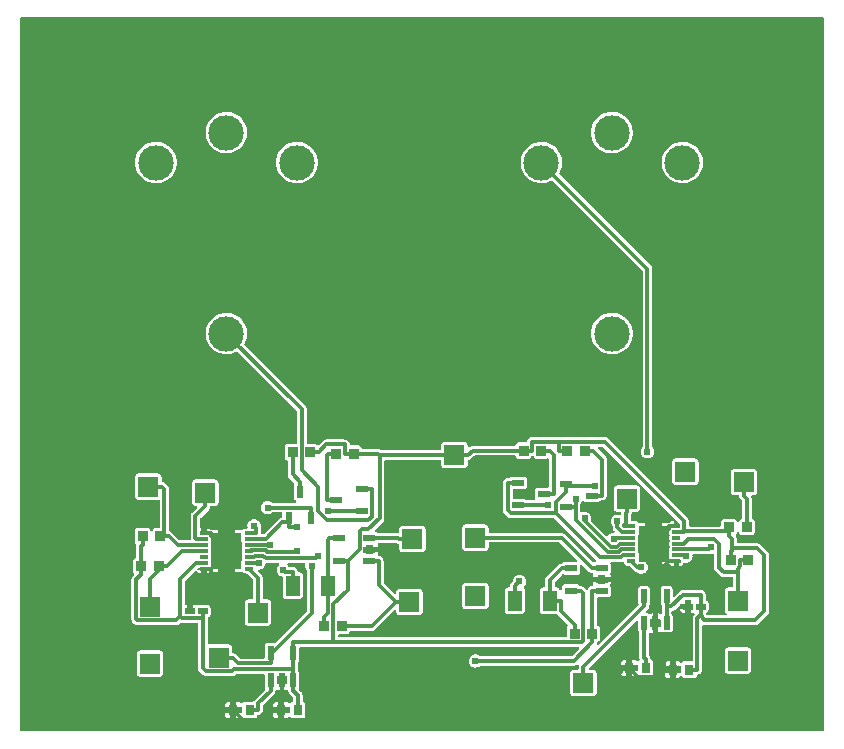
<source format=gtl>
G04 Layer: TopLayer*
G04 EasyEDA v6.5.29, 2023-07-10 19:36:55*
G04 1e7b4ab6233f4b76a91dc94f4c831b37,398929e9e95146ce9e037ed163e1f376,10*
G04 Gerber Generator version 0.2*
G04 Scale: 100 percent, Rotated: No, Reflected: No *
G04 Dimensions in millimeters *
G04 leading zeros omitted , absolute positions ,4 integer and 5 decimal *
%FSLAX45Y45*%
%MOMM*%

%AMMACRO1*21,1,$1,$2,0,0,$3*%
%ADD10C,0.3000*%
%ADD11MACRO1,0.54X0.7901X90.0000*%
%ADD12R,0.8000X0.9000*%
%ADD13MACRO1,0.864X0.8065X90.0000*%
%ADD14MACRO1,0.864X0.8065X-90.0000*%
%ADD15MACRO1,1.701X1.2075X90.0000*%
%ADD16MACRO1,0.665X0.28X0.0000*%
%ADD17MACRO1,2.6X3X0.0000*%
%ADD18R,1.0000X0.6000*%
%ADD19R,0.4900X1.1570*%
%ADD20R,0.4900X1.1750*%
%ADD21R,0.5320X1.0375*%
%ADD22MACRO1,0.532X1.0375X90.0000*%
%ADD23MACRO1,0.532X1.0375X-90.0000*%
%ADD24R,1.7000X1.7000*%
%ADD25C,3.0000*%
%ADD26C,0.6096*%
%ADD27C,0.6100*%
%ADD28C,0.0177*%

%LPD*%
G36*
X36068Y-6070092D02*
G01*
X32156Y-6069330D01*
X28905Y-6067094D01*
X26670Y-6063843D01*
X25908Y-6059932D01*
X25908Y-36068D01*
X26670Y-32156D01*
X28905Y-28905D01*
X32156Y-26670D01*
X36068Y-25908D01*
X6821931Y-25908D01*
X6825843Y-26670D01*
X6829094Y-28905D01*
X6831330Y-32156D01*
X6832092Y-36068D01*
X6832092Y-6059932D01*
X6831330Y-6063843D01*
X6829094Y-6067094D01*
X6825843Y-6069330D01*
X6821931Y-6070092D01*
G37*

%LPC*%
G36*
X1790141Y-5962294D02*
G01*
X1803196Y-5962294D01*
X1803196Y-5920232D01*
X1763623Y-5920232D01*
X1763623Y-5935776D01*
X1764334Y-5942126D01*
X1766265Y-5947562D01*
X1769364Y-5952490D01*
X1773428Y-5956554D01*
X1778355Y-5959652D01*
X1783791Y-5961583D01*
G37*
G36*
X2196541Y-5962294D02*
G01*
X2209596Y-5962294D01*
X2209596Y-5920232D01*
X2170023Y-5920232D01*
X2170023Y-5935776D01*
X2170734Y-5942126D01*
X2172665Y-5947562D01*
X2175764Y-5952490D01*
X2179828Y-5956554D01*
X2184755Y-5959652D01*
X2190191Y-5961583D01*
G37*
G36*
X1855927Y-5962294D02*
G01*
X1868982Y-5962294D01*
X1875282Y-5961583D01*
X1880768Y-5959652D01*
X1885645Y-5956554D01*
X1889760Y-5952490D01*
X1890928Y-5950610D01*
X1893773Y-5947664D01*
X1897481Y-5946038D01*
X1901596Y-5946038D01*
X1905304Y-5947664D01*
X1908149Y-5950610D01*
X1909318Y-5952490D01*
X1913432Y-5956554D01*
X1918309Y-5959652D01*
X1923796Y-5961583D01*
X1930095Y-5962294D01*
X2008936Y-5962294D01*
X2015286Y-5961583D01*
X2020722Y-5959652D01*
X2025650Y-5956554D01*
X2029714Y-5952490D01*
X2032812Y-5947562D01*
X2034743Y-5942126D01*
X2035810Y-5937504D01*
X2037842Y-5934710D01*
X2040686Y-5932728D01*
X2043988Y-5931814D01*
X2047748Y-5931458D01*
X2055418Y-5929122D01*
X2062480Y-5925362D01*
X2068677Y-5920282D01*
X2073757Y-5914085D01*
X2077516Y-5907024D01*
X2079853Y-5899353D01*
X2080666Y-5890869D01*
X2080666Y-5855360D01*
X2081479Y-5851448D01*
X2083663Y-5848146D01*
X2176018Y-5755792D01*
X2181402Y-5749239D01*
X2185212Y-5742178D01*
X2187498Y-5734507D01*
X2188413Y-5725414D01*
X2189632Y-5721502D01*
X2192274Y-5718403D01*
X2195982Y-5716574D01*
X2200046Y-5716371D01*
X2203907Y-5717794D01*
X2206752Y-5719572D01*
X2212187Y-5721502D01*
X2218537Y-5722213D01*
X2223820Y-5722213D01*
X2223820Y-5673699D01*
X2208022Y-5673699D01*
X2204110Y-5672937D01*
X2200808Y-5670753D01*
X2198624Y-5667451D01*
X2197862Y-5663539D01*
X2197862Y-5613349D01*
X2198624Y-5609437D01*
X2200808Y-5606135D01*
X2204110Y-5603951D01*
X2208022Y-5603189D01*
X2223820Y-5603189D01*
X2223820Y-5597194D01*
X2224633Y-5593334D01*
X2226818Y-5590032D01*
X2230120Y-5587796D01*
X2233980Y-5587034D01*
X2250897Y-5587034D01*
X2254758Y-5587796D01*
X2258060Y-5590032D01*
X2260244Y-5593334D01*
X2261057Y-5597194D01*
X2261057Y-5603189D01*
X2276856Y-5603189D01*
X2280767Y-5603951D01*
X2284069Y-5606135D01*
X2286254Y-5609437D01*
X2287016Y-5613349D01*
X2287016Y-5663539D01*
X2286254Y-5667451D01*
X2284069Y-5670753D01*
X2280767Y-5672937D01*
X2276856Y-5673699D01*
X2261057Y-5673699D01*
X2261057Y-5722213D01*
X2266391Y-5722213D01*
X2272690Y-5721502D01*
X2278278Y-5719521D01*
X2281174Y-5717794D01*
X2284984Y-5716473D01*
X2289048Y-5716727D01*
X2292654Y-5718556D01*
X2295296Y-5721654D01*
X2296464Y-5725515D01*
X2297379Y-5734507D01*
X2299716Y-5742178D01*
X2303475Y-5749239D01*
X2308860Y-5755792D01*
X2332075Y-5779008D01*
X2334260Y-5782310D01*
X2335022Y-5786170D01*
X2335022Y-5812282D01*
X2334209Y-5816346D01*
X2331770Y-5819698D01*
X2328214Y-5821883D01*
X2324709Y-5823102D01*
X2319832Y-5826150D01*
X2315718Y-5830265D01*
X2314549Y-5832144D01*
X2311704Y-5835091D01*
X2307996Y-5836666D01*
X2303881Y-5836666D01*
X2300173Y-5835091D01*
X2297328Y-5832144D01*
X2296160Y-5830265D01*
X2292045Y-5826150D01*
X2287168Y-5823102D01*
X2281682Y-5821172D01*
X2275382Y-5820460D01*
X2262327Y-5820460D01*
X2262327Y-5862523D01*
X2299868Y-5862523D01*
X2303729Y-5863285D01*
X2307031Y-5865520D01*
X2309266Y-5868771D01*
X2310028Y-5872683D01*
X2310028Y-5910072D01*
X2309266Y-5913932D01*
X2307031Y-5917234D01*
X2303729Y-5919470D01*
X2299868Y-5920232D01*
X2262327Y-5920232D01*
X2262327Y-5962294D01*
X2275382Y-5962294D01*
X2281682Y-5961583D01*
X2287168Y-5959652D01*
X2292045Y-5956554D01*
X2296160Y-5952490D01*
X2297328Y-5950610D01*
X2300173Y-5947664D01*
X2303881Y-5946038D01*
X2307996Y-5946038D01*
X2311704Y-5947664D01*
X2314549Y-5950610D01*
X2315718Y-5952490D01*
X2319832Y-5956554D01*
X2324709Y-5959652D01*
X2330196Y-5961583D01*
X2336495Y-5962294D01*
X2415336Y-5962294D01*
X2421686Y-5961583D01*
X2427122Y-5959652D01*
X2432050Y-5956554D01*
X2436114Y-5952490D01*
X2439212Y-5947562D01*
X2441143Y-5942126D01*
X2441854Y-5935776D01*
X2441854Y-5846927D01*
X2441143Y-5840628D01*
X2439212Y-5835142D01*
X2436114Y-5830265D01*
X2432050Y-5826150D01*
X2427122Y-5823102D01*
X2423668Y-5821883D01*
X2420112Y-5819749D01*
X2417724Y-5816346D01*
X2416860Y-5812282D01*
X2416860Y-5765546D01*
X2415997Y-5757062D01*
X2413711Y-5749391D01*
X2409901Y-5742330D01*
X2404516Y-5735777D01*
X2387396Y-5718657D01*
X2385314Y-5715508D01*
X2384450Y-5711850D01*
X2385009Y-5708091D01*
X2387142Y-5702046D01*
X2387854Y-5695746D01*
X2387854Y-5581192D01*
X2387142Y-5574842D01*
X2385212Y-5569407D01*
X2382164Y-5564479D01*
X2379116Y-5560364D01*
X2378354Y-5556504D01*
X2378354Y-5490565D01*
X2379116Y-5486654D01*
X2382164Y-5482539D01*
X2385212Y-5477662D01*
X2387142Y-5472176D01*
X2387854Y-5465876D01*
X2387854Y-5369814D01*
X2388616Y-5365902D01*
X2390851Y-5362600D01*
X2394102Y-5360416D01*
X2398014Y-5359654D01*
X2676906Y-5359654D01*
X2688894Y-5358180D01*
X4747006Y-5358180D01*
X4750917Y-5358942D01*
X4754219Y-5361178D01*
X4756404Y-5364480D01*
X4757166Y-5368340D01*
X4756404Y-5372252D01*
X4754219Y-5375554D01*
X4698492Y-5431231D01*
X4695190Y-5433415D01*
X4691329Y-5434228D01*
X3923436Y-5434228D01*
X3920388Y-5433720D01*
X3917594Y-5432399D01*
X3908907Y-5426303D01*
X3900017Y-5422138D01*
X3890518Y-5419598D01*
X3880764Y-5418734D01*
X3870960Y-5419598D01*
X3861460Y-5422138D01*
X3852570Y-5426303D01*
X3844493Y-5431942D01*
X3837584Y-5438902D01*
X3831945Y-5446928D01*
X3827779Y-5455818D01*
X3825240Y-5465318D01*
X3824376Y-5475122D01*
X3825240Y-5484926D01*
X3827779Y-5494375D01*
X3831945Y-5503316D01*
X3837584Y-5511342D01*
X3844493Y-5518302D01*
X3852570Y-5523941D01*
X3861460Y-5528106D01*
X3870960Y-5530646D01*
X3880764Y-5531510D01*
X3890518Y-5530646D01*
X3900017Y-5528106D01*
X3908907Y-5523941D01*
X3917594Y-5517845D01*
X3920388Y-5516473D01*
X3923436Y-5516016D01*
X4711954Y-5516016D01*
X4720437Y-5515203D01*
X4728108Y-5512866D01*
X4735169Y-5509107D01*
X4740452Y-5504738D01*
X4744262Y-5502808D01*
X4748580Y-5502554D01*
X4752543Y-5504129D01*
X4755540Y-5507228D01*
X4756962Y-5511292D01*
X4756658Y-5515559D01*
X4755083Y-5520690D01*
X4754219Y-5529173D01*
X4754219Y-5541721D01*
X4753457Y-5545582D01*
X4751273Y-5548884D01*
X4747971Y-5551068D01*
X4744059Y-5551881D01*
X4710734Y-5551881D01*
X4704384Y-5552592D01*
X4698949Y-5554472D01*
X4694021Y-5557570D01*
X4689957Y-5561634D01*
X4686858Y-5566562D01*
X4684928Y-5571998D01*
X4684217Y-5578348D01*
X4684217Y-5747207D01*
X4684928Y-5753506D01*
X4686858Y-5758992D01*
X4689957Y-5763869D01*
X4694021Y-5767984D01*
X4698949Y-5771032D01*
X4704384Y-5772962D01*
X4710734Y-5773674D01*
X4879594Y-5773674D01*
X4885893Y-5772962D01*
X4891379Y-5771032D01*
X4896256Y-5767984D01*
X4900371Y-5763869D01*
X4903419Y-5758992D01*
X4905349Y-5753506D01*
X4906060Y-5747207D01*
X4906060Y-5578348D01*
X4905349Y-5571998D01*
X4903419Y-5566562D01*
X4900371Y-5561634D01*
X4896256Y-5557570D01*
X4891379Y-5554472D01*
X4885893Y-5552592D01*
X4879594Y-5551881D01*
X4854346Y-5551881D01*
X4850434Y-5551068D01*
X4847183Y-5548884D01*
X4844948Y-5545582D01*
X4844186Y-5541721D01*
X4844948Y-5537809D01*
X4847183Y-5534507D01*
X5242001Y-5139690D01*
X5245303Y-5137505D01*
X5249164Y-5136692D01*
X5253075Y-5137505D01*
X5256377Y-5139690D01*
X5258562Y-5142992D01*
X5259324Y-5146852D01*
X5259324Y-5213146D01*
X5260035Y-5219446D01*
X5261965Y-5224932D01*
X5265013Y-5229809D01*
X5268061Y-5233924D01*
X5268823Y-5237835D01*
X5268823Y-5447436D01*
X5269687Y-5455920D01*
X5270601Y-5458968D01*
X5270957Y-5463336D01*
X5269382Y-5467451D01*
X5262118Y-5474665D01*
X5260949Y-5476544D01*
X5258104Y-5479491D01*
X5254396Y-5481066D01*
X5250281Y-5481066D01*
X5246573Y-5479491D01*
X5243728Y-5476544D01*
X5242560Y-5474665D01*
X5238445Y-5470550D01*
X5233568Y-5467502D01*
X5228082Y-5465572D01*
X5221782Y-5464860D01*
X5208727Y-5464860D01*
X5208727Y-5506923D01*
X5246268Y-5506923D01*
X5250129Y-5507685D01*
X5253431Y-5509920D01*
X5255666Y-5513171D01*
X5256428Y-5517083D01*
X5256428Y-5554472D01*
X5255666Y-5558332D01*
X5253431Y-5561634D01*
X5250129Y-5563870D01*
X5246268Y-5564632D01*
X5208727Y-5564632D01*
X5208727Y-5606694D01*
X5221782Y-5606694D01*
X5228082Y-5605983D01*
X5233568Y-5604052D01*
X5238445Y-5600954D01*
X5242560Y-5596890D01*
X5243728Y-5595010D01*
X5246573Y-5592064D01*
X5250281Y-5590438D01*
X5254396Y-5590438D01*
X5258104Y-5592064D01*
X5260949Y-5595010D01*
X5262118Y-5596890D01*
X5266232Y-5600954D01*
X5271109Y-5604052D01*
X5276596Y-5605983D01*
X5282895Y-5606694D01*
X5361736Y-5606694D01*
X5368086Y-5605983D01*
X5373522Y-5604052D01*
X5378450Y-5600954D01*
X5382514Y-5596890D01*
X5385612Y-5591962D01*
X5387543Y-5586526D01*
X5388254Y-5580176D01*
X5388254Y-5491327D01*
X5387543Y-5485028D01*
X5385612Y-5479542D01*
X5382514Y-5474665D01*
X5378450Y-5470550D01*
X5373522Y-5467502D01*
X5369661Y-5466130D01*
X5366359Y-5464200D01*
X5363972Y-5461203D01*
X5362905Y-5457545D01*
X5362397Y-5452567D01*
X5360111Y-5444896D01*
X5356301Y-5437835D01*
X5352948Y-5433771D01*
X5351221Y-5430723D01*
X5350662Y-5427319D01*
X5350662Y-5243830D01*
X5351576Y-5239613D01*
X5354116Y-5236159D01*
X5357876Y-5234076D01*
X5362194Y-5233771D01*
X5366207Y-5235194D01*
X5369052Y-5236972D01*
X5374487Y-5238902D01*
X5380837Y-5239613D01*
X5386120Y-5239613D01*
X5386120Y-5191099D01*
X5370322Y-5191099D01*
X5366410Y-5190337D01*
X5363108Y-5188153D01*
X5360924Y-5184851D01*
X5360162Y-5180939D01*
X5360162Y-5130749D01*
X5360924Y-5126837D01*
X5363108Y-5123535D01*
X5366410Y-5121351D01*
X5370322Y-5120589D01*
X5386120Y-5120589D01*
X5386120Y-5072075D01*
X5380837Y-5072075D01*
X5374487Y-5072786D01*
X5369052Y-5074716D01*
X5363159Y-5078425D01*
X5360568Y-5079542D01*
X5356707Y-5079949D01*
X5353913Y-5079542D01*
X5351322Y-5078425D01*
X5345430Y-5074716D01*
X5339994Y-5072786D01*
X5332984Y-5072024D01*
X5329377Y-5070906D01*
X5326430Y-5068570D01*
X5324551Y-5065268D01*
X5323941Y-5061559D01*
X5324805Y-5057851D01*
X5326938Y-5054752D01*
X5338318Y-5043373D01*
X5343702Y-5036769D01*
X5347512Y-5029708D01*
X5349798Y-5022037D01*
X5350662Y-5013604D01*
X5350662Y-5007965D01*
X5351424Y-5004054D01*
X5354421Y-4999939D01*
X5357520Y-4995062D01*
X5359450Y-4989576D01*
X5360162Y-4983276D01*
X5360162Y-4866894D01*
X5359450Y-4860594D01*
X5357520Y-4855159D01*
X5354421Y-4850231D01*
X5350357Y-4846167D01*
X5345430Y-4843068D01*
X5339994Y-4841138D01*
X5333644Y-4840427D01*
X5285790Y-4840427D01*
X5279491Y-4841138D01*
X5274005Y-4843068D01*
X5269128Y-4846167D01*
X5265013Y-4850231D01*
X5261965Y-4855159D01*
X5260035Y-4860594D01*
X5259324Y-4866894D01*
X5259324Y-4983276D01*
X5260035Y-4989576D01*
X5262168Y-4995672D01*
X5262727Y-4999380D01*
X5261914Y-5003088D01*
X5259781Y-5006187D01*
X4926025Y-5339943D01*
X4922266Y-5342331D01*
X4917846Y-5342890D01*
X4913630Y-5341467D01*
X4910378Y-5338419D01*
X4908804Y-5334254D01*
X4909108Y-5329834D01*
X4910531Y-5325059D01*
X4911039Y-5320233D01*
X4912106Y-5316575D01*
X4914493Y-5313578D01*
X4917795Y-5311648D01*
X4922012Y-5310174D01*
X4926888Y-5307076D01*
X4931003Y-5302961D01*
X4934051Y-5298084D01*
X4935982Y-5292648D01*
X4936693Y-5286298D01*
X4936693Y-5201056D01*
X4935982Y-5194706D01*
X4934051Y-5189270D01*
X4931003Y-5184343D01*
X4926888Y-5180279D01*
X4922012Y-5177180D01*
X4918049Y-5175808D01*
X4914493Y-5173675D01*
X4912106Y-5170271D01*
X4911242Y-5166207D01*
X4911242Y-4947564D01*
X4912004Y-4943652D01*
X4914188Y-4940350D01*
X4917490Y-4938166D01*
X4921402Y-4937404D01*
X4999939Y-4937404D01*
X5006289Y-4936642D01*
X5011724Y-4934762D01*
X5016652Y-4931664D01*
X5020716Y-4927600D01*
X5023815Y-4922672D01*
X5025745Y-4917236D01*
X5026456Y-4910886D01*
X5026456Y-4852060D01*
X5025745Y-4845710D01*
X5023815Y-4840274D01*
X5021884Y-4835855D01*
X5021884Y-4832096D01*
X5023815Y-4827676D01*
X5025745Y-4822240D01*
X5026456Y-4815890D01*
X5026456Y-4807813D01*
X4981905Y-4807813D01*
X4981905Y-4815382D01*
X4981092Y-4819294D01*
X4978908Y-4822596D01*
X4975606Y-4824780D01*
X4971745Y-4825542D01*
X4929327Y-4825542D01*
X4925466Y-4824780D01*
X4922164Y-4822596D01*
X4919980Y-4819294D01*
X4919167Y-4815382D01*
X4919167Y-4807813D01*
X4874615Y-4807813D01*
X4874615Y-4815890D01*
X4875326Y-4822240D01*
X4877155Y-4827371D01*
X4877714Y-4831029D01*
X4876952Y-4834636D01*
X4874971Y-4837684D01*
X4871974Y-4839868D01*
X4868468Y-4840884D01*
X4862322Y-4841392D01*
X4854702Y-4843729D01*
X4847640Y-4847488D01*
X4841443Y-4852568D01*
X4836363Y-4858766D01*
X4832197Y-4866538D01*
X4829860Y-4869484D01*
X4826558Y-4871313D01*
X4822850Y-4871872D01*
X4819192Y-4871059D01*
X4816043Y-4868926D01*
X4800041Y-4852924D01*
X4793488Y-4847488D01*
X4786376Y-4843729D01*
X4778806Y-4841392D01*
X4768748Y-4840528D01*
X4765700Y-4839766D01*
X4763058Y-4838141D01*
X4760722Y-4835347D01*
X4756658Y-4831232D01*
X4751730Y-4828184D01*
X4746294Y-4826254D01*
X4739944Y-4825542D01*
X4641088Y-4825542D01*
X4634788Y-4826254D01*
X4629302Y-4828184D01*
X4624425Y-4831232D01*
X4620310Y-4835347D01*
X4617262Y-4840224D01*
X4615332Y-4845710D01*
X4614621Y-4852009D01*
X4614621Y-4864658D01*
X4613808Y-4868570D01*
X4611522Y-4871923D01*
X4608118Y-4874107D01*
X4604156Y-4874768D01*
X4600194Y-4873853D01*
X4596942Y-4871466D01*
X4591812Y-4863084D01*
X4587697Y-4859020D01*
X4582820Y-4855921D01*
X4577334Y-4854041D01*
X4571034Y-4853330D01*
X4562297Y-4853330D01*
X4558385Y-4852517D01*
X4555083Y-4850333D01*
X4552899Y-4847031D01*
X4552137Y-4843170D01*
X4552137Y-4811725D01*
X4552899Y-4807813D01*
X4555083Y-4804511D01*
X4614722Y-4744923D01*
X4617516Y-4742942D01*
X4620768Y-4741976D01*
X4624171Y-4742180D01*
X4627321Y-4743500D01*
X4629302Y-4744770D01*
X4634788Y-4746650D01*
X4641088Y-4747361D01*
X4739944Y-4747361D01*
X4746294Y-4746650D01*
X4751730Y-4744770D01*
X4756658Y-4741672D01*
X4760722Y-4737557D01*
X4763820Y-4732680D01*
X4765751Y-4727194D01*
X4766462Y-4720894D01*
X4766462Y-4669993D01*
X4767224Y-4666081D01*
X4769408Y-4662779D01*
X4772710Y-4660595D01*
X4776622Y-4659833D01*
X4780483Y-4660595D01*
X4783785Y-4662779D01*
X4841036Y-4720031D01*
X4847640Y-4725466D01*
X4854702Y-4729226D01*
X4862322Y-4731512D01*
X4868468Y-4732070D01*
X4871974Y-4733036D01*
X4874971Y-4735220D01*
X4876952Y-4738319D01*
X4877714Y-4741926D01*
X4877155Y-4745532D01*
X4875326Y-4750714D01*
X4874615Y-4757064D01*
X4874615Y-4765141D01*
X4919167Y-4765141D01*
X4919167Y-4757572D01*
X4919980Y-4753660D01*
X4922164Y-4750358D01*
X4925466Y-4748174D01*
X4929327Y-4747412D01*
X4971745Y-4747412D01*
X4975606Y-4748174D01*
X4978908Y-4750358D01*
X4981092Y-4753660D01*
X4981905Y-4757572D01*
X4981905Y-4765141D01*
X5026456Y-4765141D01*
X5026456Y-4757064D01*
X5025745Y-4750714D01*
X5023815Y-4745278D01*
X5021884Y-4740859D01*
X5021884Y-4737100D01*
X5023815Y-4732680D01*
X5025745Y-4727244D01*
X5026456Y-4720894D01*
X5026456Y-4662068D01*
X5025745Y-4655718D01*
X5024729Y-4652873D01*
X5024170Y-4649063D01*
X5025085Y-4645304D01*
X5027320Y-4642205D01*
X5030520Y-4640122D01*
X5034330Y-4639360D01*
X5113020Y-4639360D01*
X5121503Y-4638548D01*
X5129072Y-4636262D01*
X5133441Y-4635906D01*
X5137607Y-4637481D01*
X5140655Y-4640630D01*
X5142077Y-4644847D01*
X5142839Y-4651451D01*
X5144770Y-4656886D01*
X5147818Y-4661814D01*
X5151932Y-4665878D01*
X5156809Y-4668977D01*
X5162296Y-4670856D01*
X5168595Y-4671618D01*
X5179161Y-4671618D01*
X5183022Y-4672380D01*
X5186324Y-4674565D01*
X5221325Y-4709566D01*
X5227878Y-4714951D01*
X5234940Y-4718710D01*
X5243576Y-4721352D01*
X5248249Y-4723638D01*
X5257038Y-4729784D01*
X5265928Y-4733950D01*
X5275427Y-4736490D01*
X5285232Y-4737354D01*
X5294985Y-4736490D01*
X5304485Y-4733950D01*
X5313375Y-4729784D01*
X5321452Y-4724146D01*
X5328412Y-4717237D01*
X5334050Y-4709160D01*
X5338165Y-4700270D01*
X5340705Y-4690770D01*
X5341569Y-4680966D01*
X5340705Y-4671212D01*
X5338165Y-4661712D01*
X5334050Y-4652822D01*
X5328412Y-4644745D01*
X5323687Y-4640021D01*
X5321452Y-4636719D01*
X5320690Y-4632858D01*
X5320690Y-4563059D01*
X5269788Y-4563059D01*
X5265674Y-4562144D01*
X5262219Y-4559655D01*
X5260136Y-4555947D01*
X5259679Y-4551730D01*
X5260441Y-4545126D01*
X5260441Y-4518253D01*
X5259730Y-4511954D01*
X5258511Y-4506671D01*
X5259730Y-4501438D01*
X5260441Y-4495139D01*
X5260441Y-4468266D01*
X5259730Y-4461916D01*
X5258511Y-4456684D01*
X5259730Y-4451451D01*
X5260441Y-4445101D01*
X5260441Y-4418279D01*
X5259679Y-4411624D01*
X5260136Y-4407408D01*
X5262219Y-4403750D01*
X5265674Y-4401210D01*
X5269788Y-4400346D01*
X5320690Y-4400346D01*
X5320690Y-4305757D01*
X5262981Y-4305757D01*
X5259070Y-4304995D01*
X5255717Y-4302709D01*
X5250586Y-4297426D01*
X5245760Y-4294378D01*
X5240274Y-4292498D01*
X5233974Y-4291787D01*
X5210251Y-4291736D01*
X5208219Y-4291533D01*
X5204663Y-4290466D01*
X5201716Y-4288180D01*
X5199786Y-4285030D01*
X5199126Y-4281424D01*
X5199126Y-4237939D01*
X5199430Y-4235500D01*
X5201208Y-4231538D01*
X5203494Y-4223867D01*
X5203799Y-4220718D01*
X5204866Y-4217162D01*
X5207101Y-4214215D01*
X5210302Y-4212285D01*
X5213959Y-4211574D01*
X5247894Y-4211574D01*
X5254193Y-4210862D01*
X5259679Y-4208932D01*
X5264556Y-4205884D01*
X5268671Y-4201769D01*
X5271719Y-4196892D01*
X5273649Y-4191406D01*
X5274360Y-4185107D01*
X5274360Y-4016248D01*
X5273649Y-4009898D01*
X5271719Y-4004462D01*
X5270042Y-4001820D01*
X5268620Y-3997858D01*
X5268772Y-3995369D01*
X5266283Y-3995521D01*
X5262321Y-3994048D01*
X5259679Y-3992372D01*
X5254193Y-3990492D01*
X5247894Y-3989781D01*
X5079034Y-3989781D01*
X5072684Y-3990492D01*
X5067249Y-3992372D01*
X5062321Y-3995470D01*
X5058257Y-3999534D01*
X5055158Y-4004462D01*
X5053228Y-4009898D01*
X5052517Y-4016248D01*
X5052517Y-4185107D01*
X5053228Y-4191406D01*
X5055158Y-4196892D01*
X5058257Y-4201769D01*
X5062321Y-4205884D01*
X5067249Y-4208932D01*
X5072684Y-4210862D01*
X5079034Y-4211574D01*
X5107127Y-4211574D01*
X5111038Y-4212336D01*
X5114340Y-4214571D01*
X5116525Y-4217873D01*
X5117287Y-4221734D01*
X5117287Y-4230573D01*
X5116474Y-4234535D01*
X5114188Y-4237888D01*
X5110784Y-4240022D01*
X5106771Y-4240733D01*
X5093157Y-4237126D01*
X5083403Y-4236262D01*
X5073599Y-4237126D01*
X5064099Y-4239666D01*
X5055209Y-4243832D01*
X5047132Y-4249470D01*
X5040223Y-4256430D01*
X5034584Y-4264456D01*
X5030419Y-4273346D01*
X5027879Y-4282846D01*
X5027015Y-4292650D01*
X5027879Y-4302455D01*
X5030419Y-4311904D01*
X5034584Y-4320844D01*
X5040630Y-4329531D01*
X5042001Y-4332274D01*
X5042458Y-4335322D01*
X5042458Y-4341876D01*
X5043322Y-4350359D01*
X5045659Y-4358030D01*
X5049418Y-4365091D01*
X5054803Y-4371644D01*
X5056327Y-4373168D01*
X5058460Y-4376318D01*
X5059324Y-4380077D01*
X5058714Y-4383836D01*
X5056733Y-4387138D01*
X5053685Y-4389424D01*
X5050028Y-4390491D01*
X5040833Y-4391304D01*
X5031384Y-4393844D01*
X5022443Y-4397959D01*
X5014417Y-4403598D01*
X5007457Y-4410557D01*
X5005628Y-4413199D01*
X5002377Y-4416145D01*
X4998212Y-4417466D01*
X4993843Y-4416907D01*
X4990134Y-4414520D01*
X4863236Y-4287621D01*
X4860848Y-4283913D01*
X4860290Y-4279544D01*
X4861255Y-4268673D01*
X4860391Y-4258919D01*
X4857851Y-4249420D01*
X4853736Y-4240530D01*
X4848098Y-4232452D01*
X4841138Y-4225493D01*
X4833061Y-4219854D01*
X4824171Y-4215739D01*
X4814671Y-4213199D01*
X4804918Y-4212336D01*
X4795113Y-4213199D01*
X4780432Y-4217263D01*
X4776470Y-4216552D01*
X4773015Y-4214418D01*
X4770729Y-4211066D01*
X4769916Y-4207103D01*
X4769916Y-4148785D01*
X4770424Y-4145686D01*
X4771796Y-4142943D01*
X4777841Y-4134256D01*
X4782362Y-4124553D01*
X4784648Y-4121404D01*
X4787950Y-4119372D01*
X4791760Y-4118711D01*
X4795570Y-4119473D01*
X4799177Y-4122064D01*
X4804054Y-4125163D01*
X4809540Y-4127093D01*
X4815840Y-4127804D01*
X4918456Y-4127804D01*
X4924806Y-4127093D01*
X4930241Y-4125163D01*
X4935169Y-4122064D01*
X4938064Y-4119168D01*
X4941366Y-4116933D01*
X4945278Y-4116171D01*
X4948783Y-4116171D01*
X4957216Y-4115358D01*
X4964887Y-4113022D01*
X4971948Y-4109262D01*
X4978552Y-4103827D01*
X4984140Y-4098290D01*
X4989525Y-4091686D01*
X4993284Y-4084624D01*
X4995621Y-4076954D01*
X4996434Y-4068521D01*
X4996434Y-3772814D01*
X4995621Y-3764330D01*
X4993284Y-3756660D01*
X4989525Y-3749598D01*
X4984140Y-3743045D01*
X4920030Y-3678936D01*
X4917795Y-3675634D01*
X4917033Y-3671722D01*
X4917795Y-3667861D01*
X4920030Y-3664559D01*
X4923332Y-3662324D01*
X4927193Y-3661562D01*
X4954016Y-3661562D01*
X4957876Y-3662324D01*
X4961178Y-3664559D01*
X5274919Y-3978300D01*
X5277205Y-3981805D01*
X5277764Y-3986326D01*
X5282336Y-3986936D01*
X5285841Y-3989222D01*
X5571083Y-4274413D01*
X5573369Y-4278223D01*
X5577179Y-4280509D01*
X5602782Y-4306163D01*
X5604967Y-4309465D01*
X5605780Y-4313326D01*
X5605780Y-4321708D01*
X5607710Y-4324858D01*
X5608370Y-4328515D01*
X5608370Y-4330649D01*
X5607608Y-4334510D01*
X5605424Y-4337812D01*
X5602122Y-4339996D01*
X5598210Y-4340809D01*
X5583275Y-4340809D01*
X5572810Y-4341774D01*
X5550103Y-4341774D01*
X5543804Y-4342485D01*
X5538165Y-4344466D01*
X5534761Y-4345025D01*
X5513476Y-4345025D01*
X5509564Y-4344263D01*
X5506313Y-4342079D01*
X5504078Y-4338777D01*
X5503316Y-4334865D01*
X5503316Y-4328515D01*
X5504078Y-4324604D01*
X5506313Y-4321302D01*
X5509564Y-4319117D01*
X5513476Y-4318355D01*
X5559806Y-4318355D01*
X5559806Y-4291787D01*
X5550103Y-4291787D01*
X5543804Y-4292498D01*
X5538317Y-4294378D01*
X5533491Y-4297426D01*
X5528360Y-4302709D01*
X5525008Y-4304995D01*
X5521096Y-4305757D01*
X5463387Y-4305757D01*
X5463387Y-4400346D01*
X5514289Y-4400346D01*
X5518454Y-4401210D01*
X5521858Y-4403750D01*
X5523941Y-4407408D01*
X5524398Y-4411624D01*
X5523636Y-4418279D01*
X5523636Y-4445101D01*
X5524347Y-4451451D01*
X5525566Y-4456684D01*
X5524347Y-4461916D01*
X5523636Y-4468266D01*
X5523636Y-4495139D01*
X5524347Y-4501438D01*
X5525566Y-4506671D01*
X5524347Y-4511954D01*
X5523636Y-4518253D01*
X5523636Y-4545126D01*
X5524398Y-4551730D01*
X5523941Y-4555947D01*
X5521858Y-4559655D01*
X5518454Y-4562144D01*
X5514289Y-4563059D01*
X5463387Y-4563059D01*
X5463387Y-4657598D01*
X5521096Y-4657598D01*
X5525008Y-4658410D01*
X5528360Y-4660646D01*
X5533491Y-4665929D01*
X5538317Y-4668977D01*
X5543804Y-4670856D01*
X5550103Y-4671618D01*
X5559806Y-4671618D01*
X5559806Y-4645050D01*
X5513476Y-4645050D01*
X5509564Y-4644237D01*
X5506313Y-4642053D01*
X5504078Y-4638751D01*
X5503316Y-4634890D01*
X5503316Y-4628489D01*
X5504078Y-4624628D01*
X5506313Y-4621326D01*
X5509564Y-4619091D01*
X5513476Y-4618329D01*
X5534761Y-4618329D01*
X5538165Y-4618888D01*
X5543804Y-4620869D01*
X5550103Y-4621580D01*
X5573725Y-4621631D01*
X5583326Y-4622596D01*
X5613857Y-4622596D01*
X5617768Y-4623358D01*
X5621070Y-4625594D01*
X5623153Y-4627676D01*
X5625338Y-4630978D01*
X5626150Y-4634890D01*
X5625338Y-4638751D01*
X5623153Y-4642053D01*
X5619851Y-4644237D01*
X5615990Y-4645050D01*
X5605780Y-4645050D01*
X5605780Y-4671618D01*
X5615482Y-4671618D01*
X5621782Y-4670856D01*
X5627268Y-4668977D01*
X5632145Y-4665878D01*
X5636260Y-4661814D01*
X5639358Y-4656886D01*
X5641746Y-4650130D01*
X5644134Y-4646371D01*
X5647842Y-4644034D01*
X5652211Y-4643424D01*
X5662879Y-4644390D01*
X5672683Y-4643526D01*
X5682183Y-4640986D01*
X5691073Y-4636820D01*
X5699099Y-4631182D01*
X5706059Y-4624222D01*
X5711698Y-4616196D01*
X5715863Y-4607255D01*
X5718403Y-4597806D01*
X5719267Y-4588002D01*
X5718454Y-4579061D01*
X5718962Y-4574895D01*
X5721096Y-4571288D01*
X5724499Y-4568850D01*
X5728614Y-4567986D01*
X5855919Y-4567986D01*
X5868670Y-4566615D01*
X5872886Y-4567021D01*
X5882640Y-4566158D01*
X5889650Y-4564278D01*
X5893358Y-4563973D01*
X5896914Y-4565040D01*
X5899810Y-4567275D01*
X5901740Y-4570425D01*
X5902452Y-4574082D01*
X5902452Y-4685538D01*
X5903264Y-4694021D01*
X5905601Y-4701692D01*
X5909360Y-4708753D01*
X5914796Y-4715306D01*
X5952439Y-4752949D01*
X5958992Y-4758385D01*
X5966053Y-4762144D01*
X5973724Y-4764481D01*
X5982208Y-4765294D01*
X6052159Y-4765294D01*
X6056071Y-4766106D01*
X6059373Y-4768291D01*
X6061557Y-4771593D01*
X6062319Y-4775454D01*
X6062319Y-4843221D01*
X6061557Y-4847082D01*
X6059373Y-4850384D01*
X6056071Y-4852568D01*
X6052159Y-4853381D01*
X6018834Y-4853381D01*
X6012484Y-4854092D01*
X6007049Y-4855972D01*
X6002121Y-4859070D01*
X5998057Y-4863134D01*
X5994958Y-4868062D01*
X5993028Y-4873498D01*
X5992317Y-4879848D01*
X5992317Y-5048707D01*
X5993028Y-5055006D01*
X5994958Y-5060492D01*
X5998057Y-5065369D01*
X6002121Y-5069484D01*
X6004763Y-5071110D01*
X6007862Y-5074158D01*
X6009386Y-5078222D01*
X6009132Y-5082540D01*
X6007049Y-5086350D01*
X6003594Y-5088991D01*
X5999327Y-5089906D01*
X5845149Y-5089906D01*
X5841746Y-5089296D01*
X5838748Y-5087620D01*
X5836513Y-5085029D01*
X5833770Y-5080660D01*
X5832348Y-5076393D01*
X5832856Y-5071922D01*
X5835294Y-5068112D01*
X5840171Y-5065369D01*
X5845048Y-5062270D01*
X5849162Y-5058206D01*
X5852261Y-5053279D01*
X5854141Y-5047843D01*
X5854852Y-5041493D01*
X5854852Y-4988661D01*
X5854141Y-4982311D01*
X5852261Y-4976876D01*
X5849162Y-4971948D01*
X5845048Y-4967884D01*
X5840171Y-4964785D01*
X5837123Y-4963718D01*
X5833567Y-4961585D01*
X5831179Y-4958181D01*
X5830316Y-4954117D01*
X5830316Y-4915408D01*
X5829503Y-4906924D01*
X5827166Y-4899253D01*
X5823407Y-4892192D01*
X5818327Y-4885994D01*
X5812129Y-4880914D01*
X5805068Y-4877155D01*
X5797397Y-4874818D01*
X5788914Y-4874006D01*
X5639816Y-4874006D01*
X5631332Y-4874818D01*
X5623661Y-4877155D01*
X5616600Y-4880914D01*
X5610047Y-4886350D01*
X5567476Y-4928870D01*
X5564174Y-4931054D01*
X5560314Y-4931816D01*
X5556402Y-4931054D01*
X5553151Y-4928870D01*
X5550916Y-4925568D01*
X5550154Y-4921656D01*
X5550154Y-4866894D01*
X5549442Y-4860594D01*
X5547512Y-4855159D01*
X5544464Y-4850231D01*
X5540349Y-4846167D01*
X5535472Y-4843068D01*
X5529986Y-4841138D01*
X5523687Y-4840427D01*
X5475833Y-4840427D01*
X5469483Y-4841138D01*
X5464048Y-4843068D01*
X5459120Y-4846167D01*
X5455056Y-4850231D01*
X5451957Y-4855159D01*
X5450027Y-4860594D01*
X5449316Y-4866894D01*
X5449316Y-4983276D01*
X5450027Y-4989576D01*
X5451957Y-4995062D01*
X5455056Y-4999939D01*
X5458053Y-5004104D01*
X5458815Y-5007965D01*
X5458815Y-5067858D01*
X5457952Y-5072075D01*
X5455361Y-5075529D01*
X5451602Y-5077612D01*
X5447334Y-5077968D01*
X5443270Y-5076494D01*
X5440476Y-5074716D01*
X5434990Y-5072786D01*
X5428691Y-5072075D01*
X5423357Y-5072075D01*
X5423357Y-5120589D01*
X5439156Y-5120589D01*
X5443067Y-5121351D01*
X5446369Y-5123535D01*
X5448554Y-5126837D01*
X5449316Y-5130749D01*
X5449316Y-5180939D01*
X5448554Y-5184851D01*
X5446369Y-5188153D01*
X5443067Y-5190337D01*
X5439156Y-5191099D01*
X5423357Y-5191099D01*
X5423357Y-5239613D01*
X5428691Y-5239613D01*
X5434990Y-5238902D01*
X5440476Y-5236972D01*
X5446318Y-5233314D01*
X5448909Y-5232146D01*
X5452770Y-5231739D01*
X5455564Y-5232146D01*
X5458155Y-5233314D01*
X5464048Y-5236972D01*
X5469483Y-5238902D01*
X5475833Y-5239613D01*
X5523687Y-5239613D01*
X5529986Y-5238902D01*
X5535472Y-5236972D01*
X5540349Y-5233924D01*
X5544464Y-5229809D01*
X5547512Y-5224932D01*
X5549442Y-5219446D01*
X5550154Y-5213146D01*
X5550154Y-5098592D01*
X5549442Y-5092242D01*
X5547512Y-5086807D01*
X5544464Y-5081879D01*
X5541416Y-5077764D01*
X5540654Y-5073904D01*
X5540654Y-5063845D01*
X5541568Y-5059680D01*
X5544108Y-5056225D01*
X5547868Y-5054142D01*
X5555894Y-5051704D01*
X5562955Y-5047945D01*
X5569508Y-5042509D01*
X5613857Y-4998212D01*
X5617159Y-4995976D01*
X5621070Y-4995214D01*
X5654344Y-4995214D01*
X5654344Y-4965954D01*
X5655106Y-4962093D01*
X5657291Y-4958791D01*
X5660593Y-4956606D01*
X5664504Y-4955794D01*
X5696356Y-4955794D01*
X5700268Y-4956606D01*
X5703570Y-4958791D01*
X5705754Y-4962093D01*
X5706516Y-4965954D01*
X5706516Y-4995214D01*
X5713882Y-4995214D01*
X5717743Y-4995976D01*
X5721045Y-4998212D01*
X5723280Y-5001514D01*
X5724042Y-5005374D01*
X5724042Y-5024780D01*
X5723280Y-5028641D01*
X5721045Y-5031943D01*
X5717743Y-5034127D01*
X5713882Y-5034940D01*
X5706516Y-5034940D01*
X5706516Y-5067960D01*
X5719368Y-5067960D01*
X5725261Y-5067300D01*
X5729376Y-5067706D01*
X5733034Y-5069738D01*
X5735523Y-5072989D01*
X5736539Y-5077053D01*
X5735828Y-5081117D01*
X5733592Y-5084622D01*
X5732322Y-5085842D01*
X5726887Y-5092446D01*
X5723128Y-5099507D01*
X5720791Y-5107178D01*
X5719978Y-5115661D01*
X5719978Y-5467400D01*
X5719216Y-5471312D01*
X5716981Y-5474563D01*
X5713679Y-5476798D01*
X5709818Y-5477560D01*
X5651195Y-5477560D01*
X5644896Y-5478272D01*
X5639409Y-5480202D01*
X5634532Y-5483250D01*
X5630418Y-5487365D01*
X5629249Y-5489244D01*
X5626404Y-5492191D01*
X5622696Y-5493766D01*
X5618581Y-5493766D01*
X5614873Y-5492191D01*
X5612028Y-5489244D01*
X5610860Y-5487365D01*
X5606745Y-5483250D01*
X5601868Y-5480202D01*
X5596382Y-5478272D01*
X5590082Y-5477560D01*
X5577027Y-5477560D01*
X5577027Y-5519623D01*
X5614568Y-5519623D01*
X5618429Y-5520385D01*
X5621731Y-5522620D01*
X5623966Y-5525871D01*
X5624728Y-5529783D01*
X5624728Y-5567172D01*
X5623966Y-5571032D01*
X5621731Y-5574334D01*
X5618429Y-5576570D01*
X5614568Y-5577332D01*
X5577027Y-5577332D01*
X5577027Y-5619394D01*
X5590082Y-5619394D01*
X5596382Y-5618683D01*
X5601868Y-5616752D01*
X5606745Y-5613654D01*
X5610860Y-5609590D01*
X5612028Y-5607710D01*
X5614873Y-5604764D01*
X5618581Y-5603138D01*
X5622696Y-5603138D01*
X5626404Y-5604764D01*
X5629249Y-5607710D01*
X5630418Y-5609590D01*
X5634532Y-5613654D01*
X5639409Y-5616752D01*
X5644896Y-5618683D01*
X5651195Y-5619394D01*
X5730036Y-5619394D01*
X5736386Y-5618683D01*
X5741822Y-5616752D01*
X5746750Y-5613654D01*
X5750814Y-5609590D01*
X5753912Y-5604662D01*
X5755843Y-5599226D01*
X5756910Y-5594604D01*
X5758942Y-5591810D01*
X5761786Y-5589828D01*
X5765088Y-5588914D01*
X5768848Y-5588558D01*
X5776518Y-5586222D01*
X5783580Y-5582462D01*
X5789777Y-5577382D01*
X5794857Y-5571185D01*
X5798616Y-5564124D01*
X5800953Y-5556453D01*
X5801766Y-5547969D01*
X5801766Y-5181447D01*
X5802630Y-5177383D01*
X5805068Y-5173980D01*
X5808675Y-5171846D01*
X5812840Y-5171338D01*
X5817057Y-5171694D01*
X6247892Y-5171694D01*
X6256375Y-5170881D01*
X6264046Y-5168544D01*
X6271107Y-5164785D01*
X6277660Y-5159349D01*
X6353149Y-5083860D01*
X6358585Y-5077307D01*
X6362344Y-5070246D01*
X6364681Y-5062575D01*
X6365494Y-5054092D01*
X6365494Y-4579366D01*
X6364681Y-4570882D01*
X6362344Y-4563211D01*
X6358585Y-4556150D01*
X6353149Y-4549597D01*
X6296202Y-4492650D01*
X6289649Y-4487214D01*
X6282588Y-4483455D01*
X6274917Y-4481118D01*
X6266434Y-4480306D01*
X6102858Y-4480306D01*
X6098946Y-4479544D01*
X6095695Y-4477308D01*
X6093460Y-4474006D01*
X6092698Y-4470146D01*
X6092698Y-4439767D01*
X6091885Y-4431334D01*
X6089548Y-4423714D01*
X6084874Y-4415231D01*
X6083655Y-4411065D01*
X6084265Y-4406798D01*
X6086602Y-4403140D01*
X6088430Y-4401261D01*
X6091529Y-4396384D01*
X6093663Y-4390288D01*
X6095796Y-4386732D01*
X6099200Y-4384344D01*
X6103264Y-4383532D01*
X6107328Y-4384344D01*
X6110681Y-4386732D01*
X6112814Y-4390288D01*
X6114948Y-4396384D01*
X6118047Y-4401261D01*
X6122111Y-4405376D01*
X6127038Y-4408474D01*
X6132474Y-4410354D01*
X6138824Y-4411065D01*
X6218326Y-4411065D01*
X6224625Y-4410354D01*
X6230112Y-4408474D01*
X6234988Y-4405376D01*
X6239103Y-4401261D01*
X6242151Y-4396384D01*
X6244082Y-4390948D01*
X6244793Y-4384598D01*
X6244793Y-4299356D01*
X6244082Y-4293006D01*
X6242151Y-4287570D01*
X6239103Y-4282643D01*
X6234988Y-4278579D01*
X6230112Y-4275480D01*
X6226302Y-4274159D01*
X6222746Y-4272026D01*
X6220307Y-4268622D01*
X6219494Y-4264558D01*
X6219494Y-4101236D01*
X6218631Y-4092752D01*
X6216294Y-4084980D01*
X6215888Y-4081221D01*
X6216853Y-4077614D01*
X6219139Y-4074566D01*
X6222339Y-4072585D01*
X6225997Y-4071874D01*
X6238494Y-4071874D01*
X6244793Y-4071162D01*
X6250279Y-4069232D01*
X6255156Y-4066184D01*
X6259271Y-4062069D01*
X6262319Y-4057192D01*
X6264249Y-4051706D01*
X6264960Y-4045407D01*
X6264960Y-3876548D01*
X6264249Y-3870198D01*
X6262319Y-3864762D01*
X6259271Y-3859834D01*
X6255156Y-3855770D01*
X6250279Y-3852672D01*
X6244793Y-3850792D01*
X6238494Y-3850081D01*
X6069634Y-3850081D01*
X6063284Y-3850792D01*
X6057849Y-3852672D01*
X6052921Y-3855770D01*
X6048857Y-3859834D01*
X6045758Y-3864762D01*
X6043828Y-3870198D01*
X6043117Y-3876548D01*
X6043117Y-4045407D01*
X6043828Y-4051706D01*
X6045758Y-4057192D01*
X6048857Y-4062069D01*
X6052921Y-4066184D01*
X6057849Y-4069232D01*
X6063284Y-4071162D01*
X6069634Y-4071874D01*
X6103569Y-4071874D01*
X6107226Y-4072585D01*
X6110376Y-4074515D01*
X6112611Y-4077462D01*
X6113678Y-4081068D01*
X6113983Y-4084167D01*
X6116269Y-4091838D01*
X6120079Y-4098899D01*
X6125464Y-4105452D01*
X6134709Y-4114698D01*
X6136894Y-4118000D01*
X6137656Y-4121861D01*
X6137656Y-4264558D01*
X6136843Y-4268622D01*
X6134404Y-4272026D01*
X6130848Y-4274159D01*
X6127038Y-4275480D01*
X6122111Y-4278579D01*
X6118047Y-4282643D01*
X6114948Y-4287570D01*
X6112814Y-4293616D01*
X6110681Y-4297172D01*
X6107328Y-4299610D01*
X6103264Y-4300423D01*
X6099200Y-4299610D01*
X6095796Y-4297172D01*
X6093663Y-4293616D01*
X6091529Y-4287570D01*
X6088430Y-4282643D01*
X6084366Y-4278579D01*
X6079439Y-4275480D01*
X6074003Y-4273600D01*
X6067653Y-4272889D01*
X5988151Y-4272889D01*
X5981852Y-4273600D01*
X5976366Y-4275480D01*
X5971489Y-4278579D01*
X5967374Y-4282643D01*
X5964326Y-4287570D01*
X5962396Y-4293006D01*
X5961684Y-4299356D01*
X5961684Y-4327601D01*
X5960922Y-4331512D01*
X5958687Y-4334814D01*
X5955436Y-4336999D01*
X5951524Y-4337761D01*
X5700369Y-4337761D01*
X5696458Y-4336999D01*
X5693156Y-4334814D01*
X5690971Y-4331512D01*
X5690209Y-4327601D01*
X5690209Y-4295292D01*
X5689346Y-4286859D01*
X5687060Y-4279188D01*
X5683250Y-4272127D01*
X5677865Y-4265523D01*
X5004409Y-3592068D01*
X4997856Y-3586683D01*
X4990795Y-3582924D01*
X4983124Y-3580587D01*
X4974640Y-3579774D01*
X4362094Y-3579774D01*
X4353712Y-3580587D01*
X4346041Y-3582873D01*
X4338980Y-3586683D01*
X4332376Y-3592068D01*
X4330039Y-3594404D01*
X4324604Y-3600958D01*
X4320895Y-3607917D01*
X4318152Y-3617722D01*
X4316069Y-3621582D01*
X4312615Y-3624224D01*
X4308348Y-3625189D01*
X4248251Y-3625189D01*
X4241952Y-3625900D01*
X4236466Y-3627780D01*
X4231589Y-3630879D01*
X4227474Y-3634943D01*
X4224426Y-3639820D01*
X4222140Y-3646525D01*
X4219956Y-3650081D01*
X4216603Y-3652520D01*
X4212488Y-3653383D01*
X3856786Y-3653383D01*
X3848303Y-3654196D01*
X3840632Y-3656533D01*
X3833571Y-3660292D01*
X3830472Y-3662883D01*
X3827119Y-3664712D01*
X3823360Y-3665169D01*
X3819651Y-3664204D01*
X3816604Y-3661968D01*
X3814572Y-3658768D01*
X3813860Y-3655009D01*
X3813860Y-3647948D01*
X3813149Y-3641598D01*
X3811219Y-3636162D01*
X3808171Y-3631234D01*
X3804056Y-3627170D01*
X3799179Y-3624072D01*
X3793693Y-3622192D01*
X3787394Y-3621481D01*
X3618534Y-3621481D01*
X3612184Y-3622192D01*
X3606749Y-3624072D01*
X3601821Y-3627170D01*
X3597757Y-3631234D01*
X3594658Y-3636162D01*
X3592728Y-3641598D01*
X3592017Y-3647948D01*
X3592017Y-3681323D01*
X3591255Y-3685184D01*
X3589070Y-3688486D01*
X3585768Y-3690670D01*
X3581857Y-3691483D01*
X3089656Y-3691483D01*
X3086252Y-3690874D01*
X3083204Y-3689146D01*
X3078988Y-3685692D01*
X3071926Y-3681933D01*
X3064306Y-3679596D01*
X3055823Y-3678783D01*
X2926689Y-3678783D01*
X2922574Y-3677920D01*
X2919222Y-3675481D01*
X2917088Y-3671925D01*
X2914751Y-3665220D01*
X2911703Y-3660343D01*
X2907588Y-3656279D01*
X2902712Y-3653180D01*
X2897225Y-3651300D01*
X2890926Y-3650589D01*
X2830830Y-3650589D01*
X2827172Y-3649878D01*
X2824022Y-3647948D01*
X2821736Y-3644950D01*
X2818384Y-3633470D01*
X2814574Y-3626408D01*
X2809189Y-3619855D01*
X2801772Y-3612438D01*
X2795219Y-3607054D01*
X2788158Y-3603244D01*
X2780487Y-3600958D01*
X2772003Y-3600094D01*
X2619857Y-3600094D01*
X2611424Y-3600958D01*
X2603754Y-3603244D01*
X2596692Y-3607054D01*
X2590088Y-3612438D01*
X2556306Y-3646220D01*
X2553004Y-3648405D01*
X2549144Y-3649218D01*
X2545232Y-3648405D01*
X2541930Y-3646220D01*
X2539288Y-3643579D01*
X2534412Y-3640480D01*
X2528925Y-3638600D01*
X2522626Y-3637889D01*
X2463190Y-3637889D01*
X2459329Y-3637076D01*
X2456027Y-3634892D01*
X2453843Y-3631590D01*
X2453030Y-3627729D01*
X2453030Y-3343757D01*
X2452217Y-3335274D01*
X2449880Y-3327654D01*
X2446121Y-3320592D01*
X2440736Y-3313988D01*
X1927910Y-2801213D01*
X1925624Y-2797708D01*
X1924964Y-2793542D01*
X1926031Y-2789478D01*
X1933702Y-2774086D01*
X1940102Y-2757170D01*
X1944725Y-2739644D01*
X1947519Y-2721762D01*
X1948434Y-2703677D01*
X1947519Y-2685592D01*
X1944725Y-2667711D01*
X1940102Y-2650185D01*
X1933702Y-2633218D01*
X1925624Y-2617012D01*
X1915922Y-2601772D01*
X1904644Y-2587548D01*
X1892046Y-2574594D01*
X1878126Y-2562961D01*
X1863089Y-2552852D01*
X1847088Y-2544368D01*
X1830324Y-2537561D01*
X1812950Y-2532481D01*
X1795119Y-2529230D01*
X1777085Y-2527858D01*
X1758950Y-2528316D01*
X1741017Y-2530652D01*
X1723389Y-2534767D01*
X1706270Y-2540762D01*
X1689862Y-2548432D01*
X1674368Y-2557729D01*
X1659889Y-2568600D01*
X1646580Y-2580894D01*
X1634642Y-2594508D01*
X1624126Y-2609291D01*
X1615186Y-2625039D01*
X1607972Y-2641650D01*
X1602435Y-2658872D01*
X1598726Y-2676601D01*
X1596898Y-2694635D01*
X1596898Y-2712720D01*
X1598726Y-2730754D01*
X1602435Y-2748483D01*
X1607972Y-2765704D01*
X1615186Y-2782316D01*
X1624126Y-2798064D01*
X1634642Y-2812846D01*
X1646580Y-2826461D01*
X1659889Y-2838754D01*
X1674368Y-2849626D01*
X1689862Y-2858922D01*
X1706270Y-2866593D01*
X1723389Y-2872536D01*
X1741017Y-2876702D01*
X1758950Y-2879039D01*
X1777085Y-2879496D01*
X1795119Y-2878124D01*
X1812950Y-2874873D01*
X1830324Y-2869793D01*
X1847088Y-2862986D01*
X1858010Y-2857195D01*
X1862124Y-2855976D01*
X1866392Y-2856636D01*
X1869998Y-2858973D01*
X2368245Y-3357219D01*
X2370480Y-3360521D01*
X2371242Y-3364433D01*
X2371242Y-3627729D01*
X2370480Y-3631590D01*
X2368245Y-3634892D01*
X2364943Y-3637076D01*
X2361082Y-3637889D01*
X2292451Y-3637889D01*
X2286152Y-3638600D01*
X2280666Y-3640480D01*
X2275789Y-3643579D01*
X2271674Y-3647643D01*
X2268626Y-3652570D01*
X2266696Y-3658006D01*
X2265984Y-3664356D01*
X2265984Y-3749598D01*
X2266696Y-3755948D01*
X2268626Y-3761384D01*
X2271674Y-3766261D01*
X2275789Y-3770376D01*
X2280666Y-3773474D01*
X2284476Y-3774795D01*
X2288032Y-3776929D01*
X2290470Y-3780332D01*
X2291283Y-3784396D01*
X2291283Y-3896106D01*
X2292146Y-3904589D01*
X2294483Y-3912260D01*
X2298242Y-3919321D01*
X2303627Y-3925874D01*
X2343505Y-3965752D01*
X2345893Y-3969562D01*
X2346401Y-3973982D01*
X2343048Y-3983736D01*
X2342337Y-3990035D01*
X2342337Y-4092651D01*
X2343048Y-4098950D01*
X2344978Y-4104436D01*
X2348026Y-4109313D01*
X2352141Y-4113428D01*
X2357729Y-4116933D01*
X2360828Y-4119981D01*
X2362352Y-4124045D01*
X2362098Y-4128363D01*
X2360015Y-4132173D01*
X2356561Y-4134764D01*
X2352344Y-4135729D01*
X2165146Y-4135729D01*
X2162098Y-4135221D01*
X2159304Y-4133850D01*
X2150618Y-4127804D01*
X2141728Y-4123639D01*
X2132228Y-4121099D01*
X2122474Y-4120235D01*
X2112670Y-4121099D01*
X2103170Y-4123639D01*
X2094280Y-4127804D01*
X2086203Y-4133443D01*
X2079294Y-4140403D01*
X2073656Y-4148429D01*
X2069490Y-4157319D01*
X2066950Y-4166819D01*
X2066086Y-4176623D01*
X2066950Y-4186428D01*
X2069490Y-4195876D01*
X2073656Y-4204817D01*
X2079294Y-4212844D01*
X2086203Y-4219803D01*
X2094280Y-4225442D01*
X2103170Y-4229608D01*
X2112670Y-4232148D01*
X2122474Y-4233011D01*
X2132228Y-4232148D01*
X2141728Y-4229608D01*
X2150618Y-4225442D01*
X2159304Y-4219346D01*
X2162098Y-4217974D01*
X2165146Y-4217517D01*
X2237181Y-4217517D01*
X2241042Y-4218279D01*
X2244344Y-4220514D01*
X2246579Y-4223816D01*
X2247341Y-4227677D01*
X2247341Y-4252569D01*
X2246426Y-4256786D01*
X2243886Y-4260240D01*
X2240127Y-4262323D01*
X2231542Y-4264914D01*
X2224481Y-4268673D01*
X2217928Y-4274058D01*
X2090724Y-4401312D01*
X2087422Y-4403496D01*
X2083511Y-4404258D01*
X2077821Y-4404258D01*
X2073960Y-4403496D01*
X2070658Y-4401312D01*
X2068474Y-4398010D01*
X2067661Y-4394098D01*
X2067661Y-4351375D01*
X2066848Y-4342892D01*
X2062988Y-4330598D01*
X2062124Y-4320895D01*
X2059584Y-4311396D01*
X2055418Y-4302506D01*
X2049780Y-4294479D01*
X2042820Y-4287520D01*
X2034793Y-4281881D01*
X2025904Y-4277715D01*
X2016404Y-4275175D01*
X2006600Y-4274312D01*
X1996795Y-4275175D01*
X1987346Y-4277715D01*
X1978406Y-4281881D01*
X1970379Y-4287520D01*
X1963420Y-4294479D01*
X1957781Y-4302506D01*
X1953615Y-4311396D01*
X1951075Y-4320895D01*
X1950212Y-4330700D01*
X1951075Y-4340504D01*
X1951634Y-4342485D01*
X1951888Y-4346143D01*
X1950872Y-4349699D01*
X1948586Y-4352645D01*
X1945436Y-4354576D01*
X1941830Y-4355236D01*
X1930603Y-4355236D01*
X1924304Y-4355947D01*
X1918817Y-4357878D01*
X1913991Y-4360926D01*
X1908860Y-4366158D01*
X1905507Y-4368444D01*
X1901596Y-4369257D01*
X1843887Y-4369257D01*
X1843887Y-4463796D01*
X1894789Y-4463796D01*
X1898954Y-4464710D01*
X1902358Y-4467199D01*
X1904441Y-4470908D01*
X1904898Y-4475124D01*
X1904136Y-4481728D01*
X1904136Y-4508601D01*
X1904847Y-4514900D01*
X1906066Y-4520184D01*
X1904847Y-4525416D01*
X1904136Y-4531715D01*
X1904136Y-4558588D01*
X1904847Y-4564888D01*
X1906066Y-4570171D01*
X1904847Y-4575403D01*
X1904136Y-4581753D01*
X1904136Y-4608576D01*
X1904898Y-4615230D01*
X1904441Y-4619447D01*
X1902358Y-4623104D01*
X1898954Y-4625644D01*
X1894789Y-4626508D01*
X1843887Y-4626508D01*
X1843887Y-4721047D01*
X1901596Y-4721047D01*
X1905507Y-4721860D01*
X1908860Y-4724146D01*
X1913991Y-4729378D01*
X1918817Y-4732426D01*
X1924304Y-4734356D01*
X1930603Y-4735068D01*
X1941118Y-4735068D01*
X1945030Y-4735830D01*
X1948332Y-4738065D01*
X1995373Y-4785055D01*
X1997557Y-4788357D01*
X1998319Y-4792268D01*
X1998319Y-4944821D01*
X1997557Y-4948682D01*
X1995373Y-4951984D01*
X1992071Y-4954168D01*
X1988159Y-4954981D01*
X1954834Y-4954981D01*
X1948484Y-4955692D01*
X1943049Y-4957572D01*
X1938121Y-4960670D01*
X1934057Y-4964734D01*
X1930958Y-4969662D01*
X1929028Y-4975098D01*
X1928317Y-4981448D01*
X1928317Y-5150307D01*
X1929028Y-5156606D01*
X1930958Y-5162092D01*
X1934057Y-5166969D01*
X1938121Y-5171084D01*
X1943049Y-5174132D01*
X1948484Y-5176062D01*
X1954834Y-5176774D01*
X2123694Y-5176774D01*
X2129993Y-5176062D01*
X2135479Y-5174132D01*
X2140356Y-5171084D01*
X2144471Y-5166969D01*
X2147519Y-5162092D01*
X2149449Y-5156606D01*
X2150160Y-5150307D01*
X2150160Y-4981448D01*
X2149449Y-4975098D01*
X2147519Y-4969662D01*
X2144471Y-4964734D01*
X2140356Y-4960670D01*
X2135479Y-4957572D01*
X2129993Y-4955692D01*
X2123694Y-4954981D01*
X2090318Y-4954981D01*
X2086406Y-4954168D01*
X2083104Y-4951984D01*
X2080920Y-4948682D01*
X2080158Y-4944821D01*
X2080158Y-4771593D01*
X2079294Y-4763109D01*
X2077008Y-4755489D01*
X2073198Y-4748428D01*
X2067814Y-4741824D01*
X2044954Y-4718964D01*
X2042820Y-4715814D01*
X2041956Y-4712055D01*
X2042566Y-4708296D01*
X2044547Y-4705045D01*
X2047595Y-4702708D01*
X2051253Y-4701641D01*
X2054758Y-4701336D01*
X2064257Y-4698796D01*
X2073148Y-4694631D01*
X2081225Y-4688992D01*
X2088184Y-4682083D01*
X2093823Y-4674006D01*
X2097938Y-4665116D01*
X2101596Y-4650790D01*
X2103882Y-4647793D01*
X2107031Y-4645812D01*
X2110740Y-4645152D01*
X2209647Y-4645152D01*
X2213559Y-4645914D01*
X2216861Y-4648098D01*
X2219045Y-4651400D01*
X2219807Y-4655312D01*
X2219045Y-4659172D01*
X2216861Y-4662474D01*
X2211324Y-4668012D01*
X2205685Y-4676089D01*
X2201519Y-4684979D01*
X2198979Y-4694478D01*
X2198116Y-4704232D01*
X2198979Y-4714036D01*
X2201519Y-4723536D01*
X2205685Y-4732426D01*
X2211324Y-4740503D01*
X2218232Y-4747412D01*
X2226310Y-4753051D01*
X2235200Y-4757216D01*
X2242058Y-4759045D01*
X2245969Y-4761077D01*
X2248611Y-4764582D01*
X2249576Y-4768850D01*
X2249576Y-4921758D01*
X2250287Y-4928057D01*
X2252218Y-4933543D01*
X2255266Y-4938420D01*
X2259380Y-4942535D01*
X2264257Y-4945583D01*
X2269744Y-4947513D01*
X2276043Y-4948224D01*
X2395677Y-4948224D01*
X2401976Y-4947513D01*
X2407462Y-4945583D01*
X2412339Y-4942535D01*
X2416454Y-4938420D01*
X2419502Y-4933543D01*
X2421432Y-4928057D01*
X2422144Y-4921758D01*
X2422144Y-4752797D01*
X2421432Y-4746447D01*
X2419502Y-4741011D01*
X2416454Y-4736084D01*
X2412339Y-4732020D01*
X2407462Y-4728921D01*
X2401976Y-4727041D01*
X2395677Y-4726330D01*
X2386380Y-4726330D01*
X2382723Y-4725619D01*
X2379522Y-4723688D01*
X2377287Y-4720742D01*
X2376271Y-4717135D01*
X2375966Y-4714036D01*
X2373630Y-4706366D01*
X2369820Y-4699304D01*
X2364740Y-4693107D01*
X2358593Y-4688027D01*
X2351481Y-4684268D01*
X2343861Y-4681931D01*
X2335377Y-4681118D01*
X2312111Y-4681118D01*
X2308910Y-4680559D01*
X2306066Y-4679086D01*
X2303780Y-4676749D01*
X2297684Y-4668012D01*
X2292146Y-4662474D01*
X2289911Y-4659172D01*
X2289149Y-4655312D01*
X2289911Y-4651400D01*
X2292146Y-4648098D01*
X2295398Y-4645914D01*
X2299309Y-4645152D01*
X2432202Y-4645152D01*
X2435809Y-4645812D01*
X2439009Y-4647742D01*
X2441244Y-4650689D01*
X2442311Y-4654245D01*
X2442006Y-4657902D01*
X2441295Y-4660493D01*
X2440432Y-4670298D01*
X2441295Y-4680102D01*
X2443835Y-4689551D01*
X2448001Y-4698492D01*
X2454097Y-4707178D01*
X2455468Y-4709922D01*
X2455926Y-4712970D01*
X2455926Y-5045760D01*
X2455164Y-5049672D01*
X2452928Y-5052923D01*
X2185162Y-5320741D01*
X2182723Y-5322519D01*
X2179828Y-5323535D01*
X2176830Y-5323636D01*
X2171344Y-5323027D01*
X2123490Y-5323027D01*
X2117191Y-5323738D01*
X2111705Y-5325668D01*
X2106828Y-5328767D01*
X2102713Y-5332831D01*
X2099665Y-5337759D01*
X2097735Y-5343194D01*
X2097024Y-5349494D01*
X2097024Y-5445607D01*
X2096262Y-5449519D01*
X2094077Y-5452770D01*
X2090775Y-5455005D01*
X2086864Y-5455767D01*
X1895246Y-5455767D01*
X1891334Y-5455005D01*
X1888083Y-5452770D01*
X1853590Y-5418277D01*
X1846986Y-5412892D01*
X1839925Y-5409133D01*
X1832254Y-5406796D01*
X1829104Y-5406491D01*
X1825548Y-5405475D01*
X1822602Y-5403189D01*
X1820621Y-5400040D01*
X1819960Y-5396382D01*
X1819960Y-5362448D01*
X1819249Y-5356098D01*
X1817319Y-5350662D01*
X1814271Y-5345734D01*
X1810156Y-5341670D01*
X1805279Y-5338572D01*
X1799793Y-5336692D01*
X1793493Y-5335981D01*
X1624126Y-5335981D01*
X1620215Y-5335168D01*
X1616913Y-5332984D01*
X1614728Y-5329682D01*
X1613966Y-5325821D01*
X1613966Y-5114086D01*
X1614830Y-5110022D01*
X1617218Y-5106670D01*
X1620774Y-5104485D01*
X1623771Y-5103469D01*
X1628648Y-5100370D01*
X1632762Y-5096306D01*
X1635861Y-5091379D01*
X1637741Y-5085943D01*
X1638452Y-5079593D01*
X1638452Y-5026761D01*
X1637741Y-5020411D01*
X1635861Y-5014976D01*
X1632762Y-5010048D01*
X1628648Y-5005984D01*
X1623771Y-5002885D01*
X1618284Y-5000955D01*
X1611985Y-5000244D01*
X1534109Y-5000244D01*
X1527810Y-5000955D01*
X1521917Y-5003038D01*
X1518564Y-5003596D01*
X1515160Y-5003038D01*
X1509268Y-5000955D01*
X1502968Y-5000244D01*
X1490116Y-5000244D01*
X1490116Y-5033314D01*
X1497482Y-5033314D01*
X1501343Y-5034076D01*
X1504645Y-5036312D01*
X1506880Y-5039614D01*
X1507642Y-5043474D01*
X1507642Y-5062778D01*
X1506880Y-5066639D01*
X1504645Y-5069941D01*
X1501343Y-5072126D01*
X1497482Y-5072938D01*
X1432458Y-5072938D01*
X1428546Y-5072126D01*
X1425295Y-5069941D01*
X1423060Y-5066639D01*
X1422298Y-5062778D01*
X1422298Y-5043474D01*
X1423060Y-5039614D01*
X1425295Y-5036312D01*
X1428546Y-5034076D01*
X1432458Y-5033314D01*
X1437944Y-5033314D01*
X1437944Y-5000244D01*
X1432458Y-5000244D01*
X1428546Y-4999482D01*
X1425295Y-4997297D01*
X1423060Y-4993995D01*
X1422298Y-4990084D01*
X1422298Y-4803241D01*
X1423060Y-4799380D01*
X1425295Y-4796078D01*
X1507540Y-4713833D01*
X1510944Y-4711547D01*
X1514957Y-4710836D01*
X1518920Y-4711750D01*
X1522222Y-4714138D01*
X1524304Y-4717643D01*
X1525270Y-4720386D01*
X1528318Y-4725263D01*
X1532432Y-4729378D01*
X1537309Y-4732426D01*
X1542796Y-4734356D01*
X1549095Y-4735068D01*
X1558798Y-4735068D01*
X1558798Y-4708499D01*
X1537360Y-4708499D01*
X1533499Y-4707737D01*
X1530197Y-4705553D01*
X1527962Y-4702251D01*
X1527200Y-4698339D01*
X1527962Y-4694478D01*
X1530197Y-4691176D01*
X1532280Y-4689043D01*
X1535582Y-4686858D01*
X1539494Y-4686096D01*
X1581302Y-4686096D01*
X1591767Y-4685080D01*
X1614474Y-4685080D01*
X1620774Y-4684369D01*
X1626463Y-4682388D01*
X1629816Y-4681829D01*
X1651101Y-4681829D01*
X1655013Y-4682591D01*
X1658315Y-4684776D01*
X1660499Y-4688078D01*
X1661261Y-4691989D01*
X1661261Y-4698339D01*
X1660499Y-4702251D01*
X1658315Y-4705553D01*
X1655013Y-4707737D01*
X1651101Y-4708499D01*
X1604772Y-4708499D01*
X1604772Y-4735068D01*
X1614474Y-4735068D01*
X1620774Y-4734356D01*
X1626260Y-4732426D01*
X1631086Y-4729378D01*
X1636217Y-4724146D01*
X1639570Y-4721860D01*
X1643481Y-4721047D01*
X1701190Y-4721047D01*
X1701190Y-4626508D01*
X1650288Y-4626508D01*
X1646174Y-4625644D01*
X1642719Y-4623104D01*
X1640636Y-4619447D01*
X1640179Y-4615230D01*
X1640941Y-4608576D01*
X1640941Y-4581753D01*
X1640230Y-4575403D01*
X1639011Y-4570171D01*
X1640230Y-4564888D01*
X1640941Y-4558588D01*
X1640941Y-4531715D01*
X1640230Y-4525416D01*
X1639011Y-4520184D01*
X1640230Y-4514900D01*
X1640941Y-4508601D01*
X1640941Y-4481728D01*
X1640179Y-4475124D01*
X1640636Y-4470908D01*
X1642719Y-4467199D01*
X1646174Y-4464710D01*
X1650288Y-4463796D01*
X1701190Y-4463796D01*
X1701190Y-4369257D01*
X1643481Y-4369257D01*
X1639570Y-4368444D01*
X1636217Y-4366158D01*
X1631086Y-4360926D01*
X1626260Y-4357878D01*
X1620774Y-4355947D01*
X1614474Y-4355236D01*
X1604772Y-4355236D01*
X1604772Y-4381804D01*
X1651101Y-4381804D01*
X1655013Y-4382566D01*
X1658315Y-4384802D01*
X1660499Y-4388104D01*
X1661261Y-4391964D01*
X1661261Y-4398365D01*
X1660499Y-4402226D01*
X1658315Y-4405528D01*
X1655013Y-4407712D01*
X1651101Y-4408525D01*
X1629816Y-4408525D01*
X1626463Y-4407916D01*
X1620774Y-4405985D01*
X1614474Y-4405274D01*
X1590802Y-4405223D01*
X1581302Y-4404258D01*
X1561592Y-4404258D01*
X1557680Y-4403496D01*
X1554429Y-4401312D01*
X1552194Y-4398010D01*
X1551432Y-4394098D01*
X1551432Y-4391964D01*
X1552346Y-4387697D01*
X1554988Y-4384243D01*
X1558798Y-4382211D01*
X1558798Y-4354880D01*
X1554988Y-4352798D01*
X1552346Y-4349343D01*
X1551432Y-4345076D01*
X1551432Y-4270451D01*
X1552194Y-4266590D01*
X1554378Y-4263288D01*
X1623314Y-4194352D01*
X1628698Y-4187799D01*
X1632508Y-4180738D01*
X1634794Y-4173067D01*
X1635099Y-4169968D01*
X1636166Y-4166362D01*
X1638401Y-4163415D01*
X1641602Y-4161485D01*
X1645259Y-4160774D01*
X1679193Y-4160774D01*
X1685493Y-4160062D01*
X1690979Y-4158132D01*
X1695856Y-4155084D01*
X1699971Y-4150969D01*
X1703019Y-4146092D01*
X1704949Y-4140606D01*
X1705660Y-4134307D01*
X1705660Y-3965448D01*
X1704949Y-3959098D01*
X1703019Y-3953662D01*
X1699971Y-3948734D01*
X1695856Y-3944670D01*
X1690979Y-3941572D01*
X1685493Y-3939692D01*
X1679193Y-3938981D01*
X1510334Y-3938981D01*
X1503984Y-3939692D01*
X1498549Y-3941572D01*
X1493621Y-3944670D01*
X1489557Y-3948734D01*
X1486458Y-3953662D01*
X1484528Y-3959098D01*
X1483817Y-3965448D01*
X1483817Y-4134307D01*
X1484528Y-4140606D01*
X1486458Y-4146092D01*
X1489557Y-4150969D01*
X1493621Y-4155084D01*
X1498549Y-4158132D01*
X1503984Y-4160062D01*
X1510334Y-4160774D01*
X1516684Y-4160774D01*
X1520545Y-4161536D01*
X1523847Y-4163771D01*
X1526082Y-4167073D01*
X1526844Y-4170934D01*
X1526082Y-4174845D01*
X1523847Y-4178147D01*
X1481937Y-4220057D01*
X1476552Y-4226610D01*
X1472793Y-4233672D01*
X1470456Y-4241342D01*
X1469593Y-4249826D01*
X1469593Y-4436872D01*
X1470202Y-4443120D01*
X1469745Y-4447286D01*
X1467662Y-4450892D01*
X1464208Y-4453382D01*
X1460093Y-4454245D01*
X1381556Y-4454245D01*
X1377645Y-4453483D01*
X1374394Y-4451299D01*
X1312672Y-4389577D01*
X1306118Y-4384192D01*
X1299057Y-4380433D01*
X1296263Y-4379569D01*
X1292555Y-4377486D01*
X1289964Y-4374032D01*
X1289050Y-4369866D01*
X1289050Y-4020362D01*
X1288237Y-4011879D01*
X1285900Y-4004208D01*
X1282141Y-3997147D01*
X1276756Y-3990594D01*
X1256690Y-3970528D01*
X1250086Y-3965092D01*
X1243025Y-3961333D01*
X1235354Y-3958996D01*
X1232204Y-3958691D01*
X1228648Y-3957675D01*
X1225702Y-3955389D01*
X1223721Y-3952240D01*
X1223060Y-3948582D01*
X1223060Y-3914648D01*
X1222349Y-3908298D01*
X1220419Y-3902862D01*
X1217371Y-3897934D01*
X1213256Y-3893870D01*
X1208379Y-3890772D01*
X1202893Y-3888892D01*
X1196594Y-3888181D01*
X1027734Y-3888181D01*
X1021384Y-3888892D01*
X1015949Y-3890772D01*
X1011021Y-3893870D01*
X1006957Y-3897934D01*
X1003858Y-3902862D01*
X1001928Y-3908298D01*
X1001217Y-3914648D01*
X1001217Y-4083507D01*
X1001928Y-4089806D01*
X1003858Y-4095292D01*
X1006957Y-4100169D01*
X1011021Y-4104284D01*
X1015949Y-4107332D01*
X1021384Y-4109262D01*
X1027734Y-4109974D01*
X1197102Y-4109974D01*
X1200962Y-4110736D01*
X1204264Y-4112971D01*
X1206500Y-4116273D01*
X1207262Y-4120134D01*
X1207262Y-4338929D01*
X1206500Y-4342790D01*
X1204264Y-4346092D01*
X1200962Y-4348276D01*
X1197102Y-4349089D01*
X1173124Y-4349089D01*
X1166774Y-4349800D01*
X1161338Y-4351680D01*
X1156411Y-4354779D01*
X1152347Y-4358843D01*
X1149248Y-4363770D01*
X1147114Y-4369816D01*
X1144981Y-4373372D01*
X1141628Y-4375810D01*
X1137564Y-4376623D01*
X1133500Y-4375810D01*
X1130096Y-4373372D01*
X1127963Y-4369816D01*
X1125829Y-4363770D01*
X1122730Y-4358843D01*
X1118666Y-4354779D01*
X1113739Y-4351680D01*
X1108303Y-4349800D01*
X1101953Y-4349089D01*
X1022451Y-4349089D01*
X1016152Y-4349800D01*
X1010666Y-4351680D01*
X1005789Y-4354779D01*
X1001674Y-4358843D01*
X998626Y-4363770D01*
X996696Y-4369206D01*
X995984Y-4375556D01*
X995984Y-4460798D01*
X996696Y-4467148D01*
X998626Y-4472584D01*
X1001674Y-4477461D01*
X1009142Y-4484827D01*
X1010716Y-4488942D01*
X1010361Y-4493310D01*
X1009446Y-4496358D01*
X1008583Y-4504791D01*
X1008583Y-4594758D01*
X1007770Y-4598822D01*
X1005332Y-4602226D01*
X1001776Y-4604359D01*
X997966Y-4605680D01*
X993089Y-4608779D01*
X988974Y-4612843D01*
X985926Y-4617770D01*
X983996Y-4623206D01*
X983284Y-4629556D01*
X983284Y-4714798D01*
X983996Y-4721148D01*
X985926Y-4726584D01*
X988974Y-4731461D01*
X990193Y-4732680D01*
X992378Y-4735982D01*
X993190Y-4739894D01*
X992378Y-4743754D01*
X990193Y-4747056D01*
X980897Y-4756404D01*
X975461Y-4762957D01*
X971702Y-4770018D01*
X969365Y-4777689D01*
X968552Y-4786172D01*
X968552Y-5121198D01*
X969365Y-5129682D01*
X971702Y-5137353D01*
X975461Y-5144414D01*
X980897Y-5150967D01*
X988923Y-5159044D01*
X995527Y-5164429D01*
X1002588Y-5168188D01*
X1010259Y-5170525D01*
X1018692Y-5171389D01*
X1347622Y-5171389D01*
X1356106Y-5170525D01*
X1363726Y-5168188D01*
X1370787Y-5164429D01*
X1377391Y-5159044D01*
X1379982Y-5156454D01*
X1382928Y-5154371D01*
X1386433Y-5153507D01*
X1398524Y-5154726D01*
X1521968Y-5154726D01*
X1525879Y-5155488D01*
X1529181Y-5157724D01*
X1531366Y-5161026D01*
X1532128Y-5164886D01*
X1532128Y-5533796D01*
X1532991Y-5542229D01*
X1535277Y-5549900D01*
X1539087Y-5556961D01*
X1544472Y-5563565D01*
X1573123Y-5592216D01*
X1579727Y-5597601D01*
X1586788Y-5601360D01*
X1594459Y-5603697D01*
X1602892Y-5604560D01*
X1820672Y-5604560D01*
X1829155Y-5603697D01*
X1836826Y-5601360D01*
X1843887Y-5597601D01*
X1850440Y-5592216D01*
X1852675Y-5590032D01*
X1855927Y-5587796D01*
X1859838Y-5587034D01*
X2086864Y-5587034D01*
X2090775Y-5587796D01*
X2094077Y-5590032D01*
X2096262Y-5593334D01*
X2097024Y-5597194D01*
X2097024Y-5695746D01*
X2097735Y-5702046D01*
X2099868Y-5708091D01*
X2100427Y-5711850D01*
X2099614Y-5715558D01*
X2097481Y-5718657D01*
X2011222Y-5804916D01*
X2005787Y-5811520D01*
X2003907Y-5815076D01*
X2001621Y-5817920D01*
X1998522Y-5819800D01*
X1994916Y-5820460D01*
X1930095Y-5820460D01*
X1923796Y-5821172D01*
X1918309Y-5823102D01*
X1913432Y-5826150D01*
X1909318Y-5830265D01*
X1908149Y-5832144D01*
X1905304Y-5835091D01*
X1901596Y-5836666D01*
X1897481Y-5836666D01*
X1893773Y-5835091D01*
X1890928Y-5832144D01*
X1889760Y-5830265D01*
X1885645Y-5826150D01*
X1880768Y-5823102D01*
X1875282Y-5821172D01*
X1868982Y-5820460D01*
X1855927Y-5820460D01*
X1855927Y-5862523D01*
X1893468Y-5862523D01*
X1897329Y-5863285D01*
X1900631Y-5865520D01*
X1902866Y-5868771D01*
X1903628Y-5872683D01*
X1903628Y-5910072D01*
X1902866Y-5913932D01*
X1900631Y-5917234D01*
X1897329Y-5919470D01*
X1893468Y-5920232D01*
X1855927Y-5920232D01*
G37*
G36*
X1763623Y-5862523D02*
G01*
X1803196Y-5862523D01*
X1803196Y-5820460D01*
X1790141Y-5820460D01*
X1783791Y-5821172D01*
X1778355Y-5823102D01*
X1773428Y-5826150D01*
X1769364Y-5830265D01*
X1766265Y-5835142D01*
X1764334Y-5840628D01*
X1763623Y-5846927D01*
G37*
G36*
X2170023Y-5862523D02*
G01*
X2209596Y-5862523D01*
X2209596Y-5820460D01*
X2196541Y-5820460D01*
X2190191Y-5821172D01*
X2184755Y-5823102D01*
X2179828Y-5826150D01*
X2175764Y-5830265D01*
X2172665Y-5835142D01*
X2170734Y-5840628D01*
X2170023Y-5846927D01*
G37*
G36*
X5511241Y-5619394D02*
G01*
X5524296Y-5619394D01*
X5524296Y-5577332D01*
X5484723Y-5577332D01*
X5484723Y-5592876D01*
X5485434Y-5599226D01*
X5487365Y-5604662D01*
X5490464Y-5609590D01*
X5494528Y-5613654D01*
X5499455Y-5616752D01*
X5504891Y-5618683D01*
G37*
G36*
X1040434Y-5608574D02*
G01*
X1209294Y-5608574D01*
X1215593Y-5607862D01*
X1221079Y-5605932D01*
X1225956Y-5602884D01*
X1230071Y-5598769D01*
X1233119Y-5593892D01*
X1235049Y-5588406D01*
X1235760Y-5582107D01*
X1235760Y-5413248D01*
X1235049Y-5406898D01*
X1233119Y-5401462D01*
X1230071Y-5396534D01*
X1225956Y-5392470D01*
X1221079Y-5389372D01*
X1215593Y-5387492D01*
X1209294Y-5386781D01*
X1040434Y-5386781D01*
X1034084Y-5387492D01*
X1028649Y-5389372D01*
X1023721Y-5392470D01*
X1019657Y-5396534D01*
X1016558Y-5401462D01*
X1014628Y-5406898D01*
X1013917Y-5413248D01*
X1013917Y-5582107D01*
X1014628Y-5588406D01*
X1016558Y-5593892D01*
X1019657Y-5598769D01*
X1023721Y-5602884D01*
X1028649Y-5605932D01*
X1034084Y-5607862D01*
G37*
G36*
X5142941Y-5606694D02*
G01*
X5155996Y-5606694D01*
X5155996Y-5564632D01*
X5116423Y-5564632D01*
X5116423Y-5580176D01*
X5117134Y-5586526D01*
X5119065Y-5591962D01*
X5122164Y-5596890D01*
X5126228Y-5600954D01*
X5131155Y-5604052D01*
X5136591Y-5605983D01*
G37*
G36*
X6018834Y-5583174D02*
G01*
X6187694Y-5583174D01*
X6193993Y-5582462D01*
X6199479Y-5580532D01*
X6204356Y-5577484D01*
X6208471Y-5573369D01*
X6211519Y-5568492D01*
X6213449Y-5563006D01*
X6214160Y-5556707D01*
X6214160Y-5387848D01*
X6213449Y-5381498D01*
X6211519Y-5376062D01*
X6208471Y-5371134D01*
X6204356Y-5367070D01*
X6199479Y-5363972D01*
X6193993Y-5362092D01*
X6187694Y-5361381D01*
X6018834Y-5361381D01*
X6012484Y-5362092D01*
X6007049Y-5363972D01*
X6002121Y-5367070D01*
X5998057Y-5371134D01*
X5994958Y-5376062D01*
X5993028Y-5381498D01*
X5992317Y-5387848D01*
X5992317Y-5556707D01*
X5993028Y-5563006D01*
X5994958Y-5568492D01*
X5998057Y-5573369D01*
X6002121Y-5577484D01*
X6007049Y-5580532D01*
X6012484Y-5582462D01*
G37*
G36*
X5484723Y-5519623D02*
G01*
X5524296Y-5519623D01*
X5524296Y-5477560D01*
X5511241Y-5477560D01*
X5504891Y-5478272D01*
X5499455Y-5480202D01*
X5494528Y-5483250D01*
X5490464Y-5487365D01*
X5487365Y-5492242D01*
X5485434Y-5497728D01*
X5484723Y-5504027D01*
G37*
G36*
X5116423Y-5506923D02*
G01*
X5155996Y-5506923D01*
X5155996Y-5464860D01*
X5142941Y-5464860D01*
X5136591Y-5465572D01*
X5131155Y-5467502D01*
X5126228Y-5470550D01*
X5122164Y-5474665D01*
X5119065Y-5479542D01*
X5117134Y-5485028D01*
X5116423Y-5491327D01*
G37*
G36*
X5641492Y-5067960D02*
G01*
X5654344Y-5067960D01*
X5654344Y-5034940D01*
X5615025Y-5034940D01*
X5615025Y-5041493D01*
X5615736Y-5047843D01*
X5617667Y-5053279D01*
X5620715Y-5058206D01*
X5624830Y-5062270D01*
X5629706Y-5065369D01*
X5635193Y-5067249D01*
G37*
G36*
X5574334Y-3982974D02*
G01*
X5743194Y-3982974D01*
X5749493Y-3982262D01*
X5754979Y-3980332D01*
X5759856Y-3977284D01*
X5763971Y-3973169D01*
X5767019Y-3968292D01*
X5768949Y-3962806D01*
X5769660Y-3956507D01*
X5769660Y-3787648D01*
X5768949Y-3781298D01*
X5767019Y-3775862D01*
X5763971Y-3770934D01*
X5759856Y-3766870D01*
X5754979Y-3763772D01*
X5749493Y-3761892D01*
X5743194Y-3761181D01*
X5574334Y-3761181D01*
X5567984Y-3761892D01*
X5562549Y-3763772D01*
X5557621Y-3766870D01*
X5553557Y-3770934D01*
X5550458Y-3775862D01*
X5548528Y-3781298D01*
X5547817Y-3787648D01*
X5547817Y-3956507D01*
X5548528Y-3962806D01*
X5550458Y-3968292D01*
X5553557Y-3973169D01*
X5557621Y-3977284D01*
X5562549Y-3980332D01*
X5567984Y-3982262D01*
G37*
G36*
X5337810Y-3760622D02*
G01*
X5347614Y-3759758D01*
X5357114Y-3757218D01*
X5366004Y-3753053D01*
X5374030Y-3747414D01*
X5380990Y-3740454D01*
X5386628Y-3732428D01*
X5390794Y-3723487D01*
X5393334Y-3714038D01*
X5394198Y-3704234D01*
X5393334Y-3694429D01*
X5390794Y-3684930D01*
X5386628Y-3676040D01*
X5380583Y-3667404D01*
X5379212Y-3664610D01*
X5378704Y-3661562D01*
X5378704Y-2154631D01*
X5377891Y-2146147D01*
X5375554Y-2138527D01*
X5371795Y-2131466D01*
X5366410Y-2124862D01*
X4594910Y-1353413D01*
X4592624Y-1349908D01*
X4591964Y-1345742D01*
X4593031Y-1341678D01*
X4600702Y-1326286D01*
X4607102Y-1309370D01*
X4611725Y-1291844D01*
X4614519Y-1273962D01*
X4615434Y-1255877D01*
X4614519Y-1237792D01*
X4611725Y-1219911D01*
X4607102Y-1202385D01*
X4600702Y-1185418D01*
X4592624Y-1169212D01*
X4582922Y-1153972D01*
X4571644Y-1139748D01*
X4559046Y-1126794D01*
X4545126Y-1115161D01*
X4530090Y-1105052D01*
X4514088Y-1096568D01*
X4497324Y-1089761D01*
X4479950Y-1084681D01*
X4462119Y-1081430D01*
X4444085Y-1080058D01*
X4425950Y-1080516D01*
X4408017Y-1082852D01*
X4390390Y-1086967D01*
X4373270Y-1092962D01*
X4356862Y-1100632D01*
X4341368Y-1109929D01*
X4326890Y-1120800D01*
X4313580Y-1133094D01*
X4301642Y-1146708D01*
X4291126Y-1161491D01*
X4282186Y-1177239D01*
X4274972Y-1193850D01*
X4269435Y-1211072D01*
X4265726Y-1228801D01*
X4263898Y-1246835D01*
X4263898Y-1264920D01*
X4265726Y-1282954D01*
X4269435Y-1300683D01*
X4274972Y-1317904D01*
X4282186Y-1334516D01*
X4291126Y-1350264D01*
X4301642Y-1365046D01*
X4313580Y-1378661D01*
X4326890Y-1390954D01*
X4341368Y-1401826D01*
X4356862Y-1411122D01*
X4373270Y-1418793D01*
X4390390Y-1424736D01*
X4408017Y-1428902D01*
X4425950Y-1431239D01*
X4444085Y-1431696D01*
X4462119Y-1430324D01*
X4479950Y-1427073D01*
X4497324Y-1421993D01*
X4514088Y-1415186D01*
X4525010Y-1409395D01*
X4529124Y-1408176D01*
X4533392Y-1408836D01*
X4536998Y-1411173D01*
X5293918Y-2168093D01*
X5296154Y-2171395D01*
X5296916Y-2175306D01*
X5296916Y-3661511D01*
X5296458Y-3664610D01*
X5295087Y-3667353D01*
X5288991Y-3676040D01*
X5284825Y-3684930D01*
X5282285Y-3694429D01*
X5281422Y-3704234D01*
X5282285Y-3714038D01*
X5284825Y-3723487D01*
X5288991Y-3732428D01*
X5294630Y-3740454D01*
X5301589Y-3747414D01*
X5309616Y-3753053D01*
X5318556Y-3757218D01*
X5328005Y-3759758D01*
G37*
G36*
X5040985Y-2879496D02*
G01*
X5059019Y-2878124D01*
X5076850Y-2874873D01*
X5094224Y-2869793D01*
X5110988Y-2862986D01*
X5126990Y-2854452D01*
X5142026Y-2844342D01*
X5155946Y-2832760D01*
X5168544Y-2819806D01*
X5179822Y-2805582D01*
X5189524Y-2790291D01*
X5197602Y-2774086D01*
X5204002Y-2757170D01*
X5208625Y-2739644D01*
X5211419Y-2721762D01*
X5212334Y-2703677D01*
X5211419Y-2685592D01*
X5208625Y-2667711D01*
X5204002Y-2650185D01*
X5197602Y-2633218D01*
X5189524Y-2617012D01*
X5179822Y-2601772D01*
X5168544Y-2587548D01*
X5155946Y-2574594D01*
X5142026Y-2562961D01*
X5126990Y-2552852D01*
X5110988Y-2544368D01*
X5094224Y-2537561D01*
X5076850Y-2532481D01*
X5059019Y-2529230D01*
X5040985Y-2527858D01*
X5022850Y-2528316D01*
X5004917Y-2530652D01*
X4987290Y-2534767D01*
X4970170Y-2540762D01*
X4953762Y-2548432D01*
X4938268Y-2557729D01*
X4923790Y-2568600D01*
X4910480Y-2580894D01*
X4898542Y-2594508D01*
X4888026Y-2609291D01*
X4879086Y-2625039D01*
X4871872Y-2641650D01*
X4866335Y-2658872D01*
X4862626Y-2676601D01*
X4860798Y-2694635D01*
X4860798Y-2712720D01*
X4862626Y-2730754D01*
X4866335Y-2748483D01*
X4871872Y-2765704D01*
X4879086Y-2782316D01*
X4888026Y-2798064D01*
X4898542Y-2812846D01*
X4910480Y-2826461D01*
X4923790Y-2838754D01*
X4938268Y-2849626D01*
X4953762Y-2858922D01*
X4970170Y-2866593D01*
X4987290Y-2872536D01*
X5004917Y-2876702D01*
X5022850Y-2879039D01*
G37*
G36*
X1180185Y-1431696D02*
G01*
X1198219Y-1430324D01*
X1216050Y-1427073D01*
X1233424Y-1421993D01*
X1250188Y-1415186D01*
X1266190Y-1406652D01*
X1281226Y-1396542D01*
X1295146Y-1384960D01*
X1307744Y-1372006D01*
X1319022Y-1357782D01*
X1328724Y-1342491D01*
X1336802Y-1326286D01*
X1343202Y-1309370D01*
X1347825Y-1291844D01*
X1350619Y-1273962D01*
X1351534Y-1255877D01*
X1350619Y-1237792D01*
X1347825Y-1219911D01*
X1343202Y-1202385D01*
X1336802Y-1185418D01*
X1328724Y-1169212D01*
X1319022Y-1153972D01*
X1307744Y-1139748D01*
X1295146Y-1126794D01*
X1281226Y-1115161D01*
X1266190Y-1105052D01*
X1250188Y-1096568D01*
X1233424Y-1089761D01*
X1216050Y-1084681D01*
X1198219Y-1081430D01*
X1180185Y-1080058D01*
X1162050Y-1080516D01*
X1144117Y-1082852D01*
X1126490Y-1086967D01*
X1109370Y-1092962D01*
X1092962Y-1100632D01*
X1077468Y-1109929D01*
X1062990Y-1120800D01*
X1049680Y-1133094D01*
X1037742Y-1146708D01*
X1027226Y-1161491D01*
X1018286Y-1177239D01*
X1011072Y-1193850D01*
X1005535Y-1211072D01*
X1001826Y-1228801D01*
X999998Y-1246835D01*
X999998Y-1264920D01*
X1001826Y-1282954D01*
X1005535Y-1300683D01*
X1011072Y-1317904D01*
X1018286Y-1334516D01*
X1027226Y-1350264D01*
X1037742Y-1365046D01*
X1049680Y-1378661D01*
X1062990Y-1390954D01*
X1077468Y-1401826D01*
X1092962Y-1411122D01*
X1109370Y-1418793D01*
X1126490Y-1424736D01*
X1144117Y-1428902D01*
X1162050Y-1431239D01*
G37*
G36*
X5637885Y-1431696D02*
G01*
X5655919Y-1430324D01*
X5673750Y-1427073D01*
X5691124Y-1421993D01*
X5707888Y-1415186D01*
X5723890Y-1406652D01*
X5738926Y-1396542D01*
X5752846Y-1384960D01*
X5765444Y-1372006D01*
X5776722Y-1357782D01*
X5786424Y-1342491D01*
X5794502Y-1326286D01*
X5800902Y-1309370D01*
X5805525Y-1291844D01*
X5808319Y-1273962D01*
X5809234Y-1255877D01*
X5808319Y-1237792D01*
X5805525Y-1219911D01*
X5800902Y-1202385D01*
X5794502Y-1185418D01*
X5786424Y-1169212D01*
X5776722Y-1153972D01*
X5765444Y-1139748D01*
X5752846Y-1126794D01*
X5738926Y-1115161D01*
X5723890Y-1105052D01*
X5707888Y-1096568D01*
X5691124Y-1089761D01*
X5673750Y-1084681D01*
X5655919Y-1081430D01*
X5637885Y-1080058D01*
X5619750Y-1080516D01*
X5601817Y-1082852D01*
X5584190Y-1086967D01*
X5567070Y-1092962D01*
X5550662Y-1100632D01*
X5535168Y-1109929D01*
X5520690Y-1120800D01*
X5507380Y-1133094D01*
X5495442Y-1146708D01*
X5484926Y-1161491D01*
X5475986Y-1177239D01*
X5468772Y-1193850D01*
X5463235Y-1211072D01*
X5459526Y-1228801D01*
X5457698Y-1246835D01*
X5457698Y-1264920D01*
X5459526Y-1282954D01*
X5463235Y-1300683D01*
X5468772Y-1317904D01*
X5475986Y-1334516D01*
X5484926Y-1350264D01*
X5495442Y-1365046D01*
X5507380Y-1378661D01*
X5520690Y-1390954D01*
X5535168Y-1401826D01*
X5550662Y-1411122D01*
X5567070Y-1418793D01*
X5584190Y-1424736D01*
X5601817Y-1428902D01*
X5619750Y-1431239D01*
G37*
G36*
X2373985Y-1431696D02*
G01*
X2392019Y-1430324D01*
X2409850Y-1427073D01*
X2427224Y-1421993D01*
X2443988Y-1415186D01*
X2459990Y-1406652D01*
X2475026Y-1396542D01*
X2488946Y-1384960D01*
X2501544Y-1372006D01*
X2512822Y-1357782D01*
X2522524Y-1342491D01*
X2530602Y-1326286D01*
X2537002Y-1309370D01*
X2541625Y-1291844D01*
X2544419Y-1273962D01*
X2545334Y-1255877D01*
X2544419Y-1237792D01*
X2541625Y-1219911D01*
X2537002Y-1202385D01*
X2530602Y-1185418D01*
X2522524Y-1169212D01*
X2512822Y-1153972D01*
X2501544Y-1139748D01*
X2488946Y-1126794D01*
X2475026Y-1115161D01*
X2459990Y-1105052D01*
X2443988Y-1096568D01*
X2427224Y-1089761D01*
X2409850Y-1084681D01*
X2392019Y-1081430D01*
X2373985Y-1080058D01*
X2355850Y-1080516D01*
X2337917Y-1082852D01*
X2320290Y-1086967D01*
X2303170Y-1092962D01*
X2286762Y-1100632D01*
X2271268Y-1109929D01*
X2256790Y-1120800D01*
X2243480Y-1133094D01*
X2231542Y-1146708D01*
X2221026Y-1161491D01*
X2212086Y-1177239D01*
X2204872Y-1193850D01*
X2199335Y-1211072D01*
X2195626Y-1228801D01*
X2193798Y-1246835D01*
X2193798Y-1264920D01*
X2195626Y-1282954D01*
X2199335Y-1300683D01*
X2204872Y-1317904D01*
X2212086Y-1334516D01*
X2221026Y-1350264D01*
X2231542Y-1365046D01*
X2243480Y-1378661D01*
X2256790Y-1390954D01*
X2271268Y-1401826D01*
X2286762Y-1411122D01*
X2303170Y-1418793D01*
X2320290Y-1424736D01*
X2337917Y-1428902D01*
X2355850Y-1431239D01*
G37*
G36*
X1777085Y-1178610D02*
G01*
X1795119Y-1177188D01*
X1812950Y-1173988D01*
X1830324Y-1168908D01*
X1847088Y-1162100D01*
X1863089Y-1153566D01*
X1878126Y-1143457D01*
X1892046Y-1131874D01*
X1904644Y-1118870D01*
X1915922Y-1104696D01*
X1925624Y-1089406D01*
X1933702Y-1073200D01*
X1940102Y-1056284D01*
X1944725Y-1038758D01*
X1947519Y-1020876D01*
X1948434Y-1002792D01*
X1947519Y-984707D01*
X1944725Y-966774D01*
X1940102Y-949299D01*
X1933702Y-932332D01*
X1925624Y-916127D01*
X1915922Y-900836D01*
X1904644Y-886663D01*
X1892046Y-873709D01*
X1878126Y-862076D01*
X1863089Y-851966D01*
X1847088Y-843483D01*
X1830324Y-836625D01*
X1812950Y-831596D01*
X1795119Y-828344D01*
X1777085Y-826922D01*
X1758950Y-827379D01*
X1741017Y-829716D01*
X1723389Y-833882D01*
X1706270Y-839825D01*
X1689862Y-847496D01*
X1674368Y-856843D01*
X1659889Y-867714D01*
X1646580Y-880008D01*
X1634642Y-893622D01*
X1624126Y-908354D01*
X1615186Y-924153D01*
X1607972Y-940714D01*
X1602435Y-957986D01*
X1598726Y-975715D01*
X1596898Y-993698D01*
X1596898Y-1011834D01*
X1598726Y-1029817D01*
X1602435Y-1047546D01*
X1607972Y-1064818D01*
X1615186Y-1081430D01*
X1624126Y-1097178D01*
X1634642Y-1111910D01*
X1646580Y-1125524D01*
X1659889Y-1137818D01*
X1674368Y-1148689D01*
X1689862Y-1158036D01*
X1706270Y-1165707D01*
X1723389Y-1171651D01*
X1741017Y-1175816D01*
X1758950Y-1178153D01*
G37*
G36*
X5040985Y-1178610D02*
G01*
X5059019Y-1177188D01*
X5076850Y-1173988D01*
X5094224Y-1168908D01*
X5110988Y-1162100D01*
X5126990Y-1153566D01*
X5142026Y-1143457D01*
X5155946Y-1131874D01*
X5168544Y-1118870D01*
X5179822Y-1104696D01*
X5189524Y-1089406D01*
X5197602Y-1073200D01*
X5204002Y-1056284D01*
X5208625Y-1038758D01*
X5211419Y-1020876D01*
X5212334Y-1002792D01*
X5211419Y-984707D01*
X5208625Y-966774D01*
X5204002Y-949299D01*
X5197602Y-932332D01*
X5189524Y-916127D01*
X5179822Y-900836D01*
X5168544Y-886663D01*
X5155946Y-873709D01*
X5142026Y-862076D01*
X5126990Y-851966D01*
X5110988Y-843483D01*
X5094224Y-836625D01*
X5076850Y-831596D01*
X5059019Y-828344D01*
X5040985Y-826922D01*
X5022850Y-827379D01*
X5004917Y-829716D01*
X4987290Y-833882D01*
X4970170Y-839825D01*
X4953762Y-847496D01*
X4938268Y-856843D01*
X4923790Y-867714D01*
X4910480Y-880008D01*
X4898542Y-893622D01*
X4888026Y-908354D01*
X4879086Y-924153D01*
X4871872Y-940714D01*
X4866335Y-957986D01*
X4862626Y-975715D01*
X4860798Y-993698D01*
X4860798Y-1011834D01*
X4862626Y-1029817D01*
X4866335Y-1047546D01*
X4871872Y-1064818D01*
X4879086Y-1081430D01*
X4888026Y-1097178D01*
X4898542Y-1111910D01*
X4910480Y-1125524D01*
X4923790Y-1137818D01*
X4938268Y-1148689D01*
X4953762Y-1158036D01*
X4970170Y-1165707D01*
X4987290Y-1171651D01*
X5004917Y-1175816D01*
X5022850Y-1178153D01*
G37*

%LPD*%
G36*
X2729890Y-5276392D02*
G01*
X2726029Y-5275580D01*
X2722727Y-5273395D01*
X2720543Y-5270093D01*
X2719730Y-5266232D01*
X2719730Y-5259425D01*
X2720543Y-5255564D01*
X2722727Y-5252262D01*
X2726029Y-5250078D01*
X2729890Y-5249265D01*
X2789326Y-5249265D01*
X2795625Y-5248554D01*
X2801112Y-5246674D01*
X2805988Y-5243576D01*
X2810103Y-5239461D01*
X2813151Y-5234584D01*
X2815488Y-5227929D01*
X2817622Y-5224373D01*
X2820974Y-5221935D01*
X2825089Y-5221071D01*
X3003042Y-5221071D01*
X3011474Y-5220258D01*
X3019145Y-5217922D01*
X3026206Y-5214162D01*
X3032810Y-5208727D01*
X3193694Y-5047843D01*
X3196996Y-5045659D01*
X3200857Y-5044897D01*
X3204768Y-5045659D01*
X3208070Y-5047843D01*
X3210255Y-5051145D01*
X3211017Y-5055057D01*
X3211017Y-5061407D01*
X3211728Y-5067706D01*
X3213658Y-5073192D01*
X3216757Y-5078069D01*
X3220821Y-5082184D01*
X3225749Y-5085232D01*
X3231184Y-5087162D01*
X3237534Y-5087874D01*
X3406394Y-5087874D01*
X3412693Y-5087162D01*
X3418179Y-5085232D01*
X3423056Y-5082184D01*
X3427171Y-5078069D01*
X3430219Y-5073192D01*
X3432149Y-5067706D01*
X3432860Y-5061407D01*
X3432860Y-4892548D01*
X3432149Y-4886198D01*
X3430219Y-4880762D01*
X3427171Y-4875834D01*
X3423056Y-4871770D01*
X3418179Y-4868672D01*
X3412693Y-4866792D01*
X3406394Y-4866081D01*
X3237534Y-4866081D01*
X3231184Y-4866792D01*
X3225749Y-4868672D01*
X3220821Y-4871770D01*
X3216757Y-4875834D01*
X3213658Y-4880762D01*
X3211728Y-4886198D01*
X3211017Y-4892548D01*
X3211017Y-4898898D01*
X3210255Y-4902809D01*
X3208070Y-4906060D01*
X3204768Y-4908296D01*
X3200857Y-4909058D01*
X3196996Y-4908296D01*
X3193694Y-4906060D01*
X3106166Y-4818532D01*
X3103981Y-4815281D01*
X3103168Y-4811369D01*
X3103168Y-4627981D01*
X3102356Y-4619498D01*
X3100019Y-4611827D01*
X3096260Y-4604766D01*
X3091180Y-4598568D01*
X3084982Y-4593488D01*
X3077921Y-4589729D01*
X3070301Y-4587392D01*
X3064103Y-4586884D01*
X3060598Y-4585868D01*
X3057601Y-4583684D01*
X3055620Y-4580636D01*
X3054858Y-4577029D01*
X3055416Y-4573371D01*
X3057245Y-4568240D01*
X3057956Y-4561890D01*
X3057956Y-4553813D01*
X3013405Y-4553813D01*
X3013405Y-4561382D01*
X3012592Y-4565294D01*
X3010408Y-4568596D01*
X3007106Y-4570780D01*
X3003245Y-4571542D01*
X2960827Y-4571542D01*
X2956966Y-4570780D01*
X2953664Y-4568596D01*
X2951480Y-4565294D01*
X2950667Y-4561382D01*
X2950667Y-4553813D01*
X2946349Y-4553102D01*
X2943148Y-4551121D01*
X2940913Y-4548124D01*
X2939897Y-4544466D01*
X2940304Y-4540707D01*
X2941726Y-4536033D01*
X2942539Y-4527600D01*
X2942539Y-4521301D01*
X2943148Y-4517898D01*
X2944825Y-4514850D01*
X2947466Y-4512614D01*
X2950667Y-4511344D01*
X2950667Y-4503572D01*
X2951480Y-4499660D01*
X2953664Y-4496358D01*
X2956966Y-4494174D01*
X2960827Y-4493412D01*
X3003245Y-4493412D01*
X3007106Y-4494174D01*
X3010408Y-4496358D01*
X3012592Y-4499660D01*
X3013405Y-4503572D01*
X3013405Y-4511141D01*
X3057956Y-4511141D01*
X3057956Y-4503064D01*
X3057245Y-4496714D01*
X3055518Y-4491888D01*
X3054959Y-4488078D01*
X3055874Y-4484319D01*
X3058109Y-4481220D01*
X3061360Y-4479137D01*
X3065119Y-4478375D01*
X3208477Y-4478375D01*
X3210915Y-4478680D01*
X3216452Y-4481322D01*
X3224123Y-4483658D01*
X3227273Y-4483963D01*
X3230829Y-4484979D01*
X3233826Y-4487265D01*
X3235756Y-4490415D01*
X3236417Y-4494072D01*
X3236417Y-4528007D01*
X3237128Y-4534306D01*
X3239058Y-4539792D01*
X3242157Y-4544669D01*
X3246221Y-4548784D01*
X3251149Y-4551832D01*
X3256584Y-4553762D01*
X3262934Y-4554474D01*
X3431794Y-4554474D01*
X3438093Y-4553762D01*
X3443579Y-4551832D01*
X3448456Y-4548784D01*
X3452571Y-4544669D01*
X3455619Y-4539792D01*
X3457549Y-4534306D01*
X3458260Y-4528007D01*
X3458260Y-4359148D01*
X3457549Y-4352798D01*
X3455619Y-4347362D01*
X3452571Y-4342434D01*
X3448456Y-4338370D01*
X3443579Y-4335272D01*
X3438093Y-4333392D01*
X3431794Y-4332681D01*
X3262934Y-4332681D01*
X3256584Y-4333392D01*
X3251149Y-4335272D01*
X3246221Y-4338370D01*
X3242157Y-4342434D01*
X3239058Y-4347362D01*
X3237128Y-4352798D01*
X3236417Y-4359148D01*
X3236417Y-4386427D01*
X3235604Y-4390491D01*
X3233216Y-4393844D01*
X3229711Y-4395978D01*
X3225596Y-4396587D01*
X3061106Y-4396587D01*
X3057753Y-4395978D01*
X3054807Y-4394352D01*
X3052267Y-4391355D01*
X3048152Y-4387291D01*
X3043275Y-4384192D01*
X3037789Y-4382262D01*
X3035452Y-4382008D01*
X3031845Y-4380890D01*
X3028899Y-4378553D01*
X3027019Y-4375302D01*
X3026460Y-4371543D01*
X3027273Y-4367885D01*
X3029407Y-4364736D01*
X3097580Y-4296562D01*
X3102965Y-4290009D01*
X3106775Y-4282948D01*
X3109061Y-4275277D01*
X3109925Y-4266793D01*
X3109925Y-3783431D01*
X3110687Y-3779570D01*
X3112871Y-3776268D01*
X3116173Y-3774033D01*
X3120085Y-3773271D01*
X3581857Y-3773271D01*
X3585768Y-3774033D01*
X3589070Y-3776268D01*
X3591255Y-3779570D01*
X3592017Y-3783431D01*
X3592017Y-3816807D01*
X3592728Y-3823106D01*
X3594658Y-3828592D01*
X3597757Y-3833469D01*
X3601821Y-3837584D01*
X3606749Y-3840632D01*
X3612184Y-3842562D01*
X3618534Y-3843274D01*
X3787394Y-3843274D01*
X3793693Y-3842562D01*
X3799179Y-3840632D01*
X3804056Y-3837584D01*
X3808171Y-3833469D01*
X3811219Y-3828592D01*
X3813149Y-3823106D01*
X3813860Y-3816807D01*
X3813860Y-3782872D01*
X3814521Y-3779215D01*
X3816502Y-3776065D01*
X3819448Y-3773779D01*
X3823004Y-3772763D01*
X3826154Y-3772458D01*
X3833825Y-3770122D01*
X3840886Y-3766362D01*
X3847490Y-3760927D01*
X3870248Y-3738168D01*
X3873550Y-3735933D01*
X3877462Y-3735171D01*
X4212488Y-3735171D01*
X4216603Y-3736035D01*
X4219956Y-3738473D01*
X4222140Y-3742029D01*
X4224426Y-3748684D01*
X4227474Y-3753561D01*
X4231589Y-3757676D01*
X4236466Y-3760774D01*
X4241952Y-3762654D01*
X4248251Y-3763365D01*
X4327753Y-3763365D01*
X4334103Y-3762654D01*
X4339539Y-3760774D01*
X4344466Y-3757676D01*
X4348530Y-3753561D01*
X4351578Y-3748735D01*
X4353610Y-3742588D01*
X4355744Y-3738981D01*
X4359097Y-3736492D01*
X4363212Y-3735628D01*
X4367276Y-3736441D01*
X4370679Y-3738829D01*
X4372864Y-3742436D01*
X4375048Y-3748684D01*
X4378147Y-3753561D01*
X4382211Y-3757676D01*
X4387138Y-3760774D01*
X4392574Y-3762654D01*
X4398924Y-3763365D01*
X4478426Y-3763365D01*
X4484725Y-3762654D01*
X4488434Y-3761384D01*
X4492244Y-3760825D01*
X4496003Y-3761689D01*
X4499152Y-3763924D01*
X4501235Y-3767175D01*
X4501946Y-3770985D01*
X4501946Y-3999890D01*
X4501184Y-4003801D01*
X4499000Y-4007104D01*
X4495698Y-4009288D01*
X4491786Y-4010050D01*
X4409440Y-4010050D01*
X4403140Y-4010761D01*
X4397654Y-4012692D01*
X4392777Y-4015790D01*
X4388662Y-4019854D01*
X4385614Y-4024782D01*
X4383684Y-4030218D01*
X4382973Y-4036568D01*
X4382973Y-4088587D01*
X4383684Y-4094937D01*
X4387494Y-4105148D01*
X4387189Y-4109415D01*
X4385106Y-4113174D01*
X4381652Y-4115765D01*
X4377436Y-4116679D01*
X4318609Y-4116679D01*
X4314698Y-4115866D01*
X4311446Y-4113682D01*
X4308500Y-4110786D01*
X4303623Y-4107687D01*
X4298137Y-4105757D01*
X4291838Y-4105046D01*
X4205478Y-4105046D01*
X4201617Y-4104284D01*
X4198315Y-4102100D01*
X4196130Y-4098798D01*
X4195318Y-4094886D01*
X4195318Y-4030218D01*
X4196130Y-4026357D01*
X4198315Y-4023055D01*
X4201617Y-4020870D01*
X4205478Y-4020058D01*
X4291838Y-4020058D01*
X4298137Y-4019346D01*
X4303623Y-4017467D01*
X4308500Y-4014368D01*
X4312615Y-4010304D01*
X4315663Y-4005376D01*
X4317593Y-3999941D01*
X4318304Y-3993591D01*
X4318304Y-3941521D01*
X4317593Y-3935222D01*
X4315663Y-3929735D01*
X4312615Y-3924858D01*
X4308500Y-3920744D01*
X4303623Y-3917696D01*
X4298137Y-3915765D01*
X4291838Y-3915054D01*
X4189222Y-3915054D01*
X4182872Y-3915765D01*
X4177436Y-3917696D01*
X4172508Y-3920744D01*
X4169613Y-3923690D01*
X4166311Y-3925874D01*
X4162399Y-3926687D01*
X4158894Y-3926687D01*
X4150461Y-3927500D01*
X4142790Y-3929837D01*
X4135729Y-3933596D01*
X4129176Y-3938981D01*
X4125874Y-3942283D01*
X4120489Y-3948836D01*
X4116679Y-3955897D01*
X4114342Y-3963568D01*
X4113529Y-3972051D01*
X4113529Y-4198112D01*
X4114342Y-4206544D01*
X4116679Y-4214215D01*
X4120438Y-4221276D01*
X4125874Y-4227880D01*
X4153814Y-4255820D01*
X4160418Y-4261256D01*
X4167479Y-4265015D01*
X4175150Y-4267352D01*
X4183583Y-4268165D01*
X4543501Y-4268165D01*
X4547362Y-4268927D01*
X4550664Y-4271162D01*
X4898948Y-4619396D01*
X4901184Y-4622800D01*
X4901895Y-4626813D01*
X4900980Y-4630775D01*
X4898593Y-4634077D01*
X4895088Y-4636160D01*
X4889347Y-4638192D01*
X4887315Y-4639462D01*
X4884166Y-4640732D01*
X4880762Y-4640935D01*
X4877511Y-4640021D01*
X4874717Y-4638040D01*
X4639005Y-4402277D01*
X4632452Y-4396892D01*
X4625390Y-4393133D01*
X4617720Y-4390796D01*
X4609236Y-4389983D01*
X4001820Y-4389983D01*
X3997909Y-4389170D01*
X3994607Y-4386986D01*
X3992422Y-4383684D01*
X3991660Y-4379823D01*
X3991660Y-4346448D01*
X3990949Y-4340098D01*
X3989019Y-4334662D01*
X3985971Y-4329734D01*
X3981856Y-4325670D01*
X3976979Y-4322572D01*
X3971493Y-4320692D01*
X3965194Y-4319981D01*
X3796334Y-4319981D01*
X3789984Y-4320692D01*
X3784549Y-4322572D01*
X3779621Y-4325670D01*
X3775557Y-4329734D01*
X3772458Y-4334662D01*
X3770528Y-4340098D01*
X3769817Y-4346448D01*
X3769817Y-4515307D01*
X3770528Y-4521606D01*
X3772458Y-4527092D01*
X3775557Y-4531969D01*
X3779621Y-4536084D01*
X3784549Y-4539132D01*
X3789984Y-4541062D01*
X3796334Y-4541774D01*
X3965194Y-4541774D01*
X3971493Y-4541062D01*
X3976979Y-4539132D01*
X3981856Y-4536084D01*
X3985971Y-4531969D01*
X3989019Y-4527092D01*
X3990949Y-4521606D01*
X3991660Y-4515307D01*
X3991660Y-4481931D01*
X3992422Y-4478070D01*
X3994607Y-4474768D01*
X3997909Y-4472533D01*
X4001820Y-4471771D01*
X4588560Y-4471771D01*
X4592472Y-4472533D01*
X4595774Y-4474768D01*
X4739233Y-4618228D01*
X4741418Y-4621530D01*
X4742180Y-4625390D01*
X4741418Y-4629302D01*
X4739233Y-4632604D01*
X4735931Y-4634788D01*
X4732020Y-4635550D01*
X4641088Y-4635550D01*
X4634788Y-4636262D01*
X4629302Y-4638192D01*
X4624425Y-4641240D01*
X4618024Y-4648149D01*
X4615332Y-4649774D01*
X4612335Y-4650536D01*
X4602276Y-4651400D01*
X4594656Y-4653737D01*
X4587595Y-4657496D01*
X4581042Y-4662881D01*
X4482642Y-4761280D01*
X4477258Y-4767834D01*
X4473448Y-4774946D01*
X4471162Y-4782566D01*
X4470298Y-4791049D01*
X4470298Y-4843170D01*
X4469536Y-4847031D01*
X4467352Y-4850333D01*
X4464050Y-4852517D01*
X4460138Y-4853330D01*
X4451400Y-4853330D01*
X4445101Y-4854041D01*
X4439615Y-4855921D01*
X4434738Y-4859020D01*
X4430623Y-4863084D01*
X4427575Y-4868011D01*
X4425645Y-4873447D01*
X4424934Y-4879797D01*
X4424934Y-5048758D01*
X4425645Y-5055057D01*
X4427575Y-5060543D01*
X4430623Y-5065420D01*
X4434738Y-5069535D01*
X4439615Y-5072583D01*
X4445101Y-5074513D01*
X4451400Y-5075224D01*
X4563262Y-5075224D01*
X4567631Y-5076190D01*
X4571136Y-5078933D01*
X4573270Y-5081524D01*
X4660493Y-5168798D01*
X4662678Y-5172100D01*
X4663490Y-5175961D01*
X4662678Y-5179872D01*
X4660493Y-5183124D01*
X4659274Y-5184343D01*
X4656226Y-5189270D01*
X4654296Y-5194706D01*
X4653584Y-5201056D01*
X4653584Y-5266232D01*
X4652822Y-5270093D01*
X4650587Y-5273395D01*
X4647336Y-5275580D01*
X4643424Y-5276392D01*
G37*

%LPC*%
G36*
X4155643Y-5075224D02*
G01*
X4275277Y-5075224D01*
X4281576Y-5074513D01*
X4287062Y-5072583D01*
X4291939Y-5069535D01*
X4296054Y-5065420D01*
X4299102Y-5060543D01*
X4301032Y-5055057D01*
X4301744Y-5048758D01*
X4301744Y-4879797D01*
X4301032Y-4873447D01*
X4299102Y-4868011D01*
X4296054Y-4863084D01*
X4291380Y-4858410D01*
X4289145Y-4855108D01*
X4288383Y-4851247D01*
X4289145Y-4847336D01*
X4291380Y-4844084D01*
X4297273Y-4838192D01*
X4302912Y-4830114D01*
X4307027Y-4821224D01*
X4309567Y-4811725D01*
X4310430Y-4801920D01*
X4309567Y-4792167D01*
X4307027Y-4782667D01*
X4302912Y-4773777D01*
X4297273Y-4765700D01*
X4290314Y-4758740D01*
X4282236Y-4753102D01*
X4273346Y-4748987D01*
X4263847Y-4746447D01*
X4254093Y-4745583D01*
X4244289Y-4746447D01*
X4234789Y-4748987D01*
X4225899Y-4753102D01*
X4217822Y-4758740D01*
X4210913Y-4765700D01*
X4205274Y-4773777D01*
X4201109Y-4782667D01*
X4198569Y-4792167D01*
X4198162Y-4796637D01*
X4197248Y-4800041D01*
X4195216Y-4802936D01*
X4186885Y-4811268D01*
X4181500Y-4817872D01*
X4177741Y-4824933D01*
X4175404Y-4832553D01*
X4174540Y-4841036D01*
X4174540Y-4843170D01*
X4173778Y-4847031D01*
X4171594Y-4850333D01*
X4168292Y-4852517D01*
X4164380Y-4853330D01*
X4155643Y-4853330D01*
X4149344Y-4854041D01*
X4143857Y-4855921D01*
X4138980Y-4859020D01*
X4134865Y-4863084D01*
X4131818Y-4868011D01*
X4129887Y-4873447D01*
X4129176Y-4879797D01*
X4129176Y-5048758D01*
X4129887Y-5055057D01*
X4131818Y-5060543D01*
X4134865Y-5065420D01*
X4138980Y-5069535D01*
X4143857Y-5072583D01*
X4149344Y-5074513D01*
G37*
G36*
X3796334Y-5037074D02*
G01*
X3965194Y-5037074D01*
X3971493Y-5036362D01*
X3976979Y-5034432D01*
X3981856Y-5031384D01*
X3985971Y-5027269D01*
X3989019Y-5022392D01*
X3990949Y-5016906D01*
X3991660Y-5010607D01*
X3991660Y-4841748D01*
X3990949Y-4835398D01*
X3989019Y-4829962D01*
X3985971Y-4825034D01*
X3981856Y-4820970D01*
X3976979Y-4817872D01*
X3971493Y-4815992D01*
X3965194Y-4815281D01*
X3796334Y-4815281D01*
X3789984Y-4815992D01*
X3784549Y-4817872D01*
X3779621Y-4820970D01*
X3775557Y-4825034D01*
X3772458Y-4829962D01*
X3770528Y-4835398D01*
X3769817Y-4841748D01*
X3769817Y-5010607D01*
X3770528Y-5016906D01*
X3772458Y-5022392D01*
X3775557Y-5027269D01*
X3779621Y-5031384D01*
X3784549Y-5034432D01*
X3789984Y-5036362D01*
G37*

%LPD*%
D10*
X6051786Y-4547765D02*
G01*
X6051786Y-4439282D01*
X6027912Y-4415406D01*
X5789422Y-5086604D02*
G01*
X5816600Y-5130800D01*
X6248400Y-5130800D01*
X6324600Y-5054600D01*
X6324600Y-4578857D01*
X6266941Y-4521200D01*
X6051804Y-4521200D01*
X6051804Y-4547870D01*
X6103244Y-4694979D02*
G01*
X6121400Y-4673600D01*
X6120719Y-4621372D01*
X5646165Y-4481576D02*
G01*
X5684011Y-4443984D01*
X5899911Y-4443984D01*
X5943345Y-4487418D01*
X5943345Y-4686045D01*
X5981700Y-4724400D01*
X6103365Y-4724400D01*
X6103365Y-4694936D01*
X5499861Y-5013960D02*
G01*
X5540247Y-5013960D01*
X5639308Y-4914900D01*
X5789422Y-4914900D01*
X5789422Y-4957826D01*
X5480410Y-5249110D02*
G01*
X5480410Y-5548472D01*
X2055622Y-6019800D02*
G01*
X4663186Y-6019800D01*
X5112004Y-5570981D01*
X5112004Y-5535676D01*
X1829562Y-5891276D02*
G01*
X1958086Y-6019800D01*
X2055573Y-6019800D01*
X2165710Y-5891372D02*
G01*
X2055573Y-6019800D01*
X4770760Y-4881468D02*
G01*
X4790541Y-4901255D01*
X4790541Y-5308518D01*
X4781786Y-5317279D01*
X2678846Y-5317279D01*
X1963293Y-4395160D02*
G01*
X2026767Y-4395160D01*
X2026767Y-4395160D02*
G01*
X2026767Y-4350865D01*
X2006600Y-4330692D01*
X2147443Y-5726526D02*
G01*
X2039777Y-5834197D01*
X2039777Y-5891372D01*
X2147443Y-5638439D02*
G01*
X2147443Y-5726526D01*
X1969543Y-5891372D02*
G01*
X2039777Y-5891372D01*
X5309743Y-5155839D02*
G01*
X5309743Y-5447939D01*
X5322343Y-5460540D01*
X5322343Y-5535772D02*
G01*
X5322343Y-5460540D01*
X1594744Y-4165084D02*
G01*
X1510520Y-4249315D01*
X1510520Y-4437377D01*
X1518320Y-4445172D01*
X1594744Y-4049872D02*
G01*
X1594744Y-4165084D01*
X1581795Y-4445172D02*
G01*
X1518320Y-4445172D01*
X5582793Y-4581697D02*
G01*
X5646267Y-4581697D01*
X5646267Y-4581697D02*
G01*
X5656585Y-4581697D01*
X5662886Y-4587996D01*
X1581795Y-4495159D02*
G01*
X1360401Y-4495159D01*
X1283413Y-4418172D01*
X1212883Y-4418172D02*
G01*
X1248161Y-4418172D01*
X1248161Y-4418172D02*
G01*
X1283413Y-4418172D01*
X1248161Y-4418172D02*
G01*
X1248161Y-4019852D01*
X1227386Y-3999072D01*
X1112144Y-3999072D02*
G01*
X1227386Y-3999072D01*
X6178575Y-4341972D02*
G01*
X6178575Y-4100723D01*
X6154044Y-4076184D01*
X6154044Y-3960972D02*
G01*
X6154044Y-4076184D01*
X5582793Y-4531685D02*
G01*
X5587392Y-4527090D01*
X5856411Y-4527090D01*
X5872871Y-4510625D01*
X1581795Y-4545172D02*
G01*
X1397713Y-4545172D01*
X1270713Y-4672172D01*
X1200183Y-4672172D02*
G01*
X1235461Y-4672172D01*
X1235461Y-4672172D02*
G01*
X1270713Y-4672172D01*
X1124844Y-5015072D02*
G01*
X1124844Y-4782789D01*
X1235461Y-4672172D01*
X6191275Y-4621372D02*
G01*
X6120719Y-4621372D01*
X6103244Y-4964272D02*
G01*
X6103244Y-4849030D01*
X6103244Y-4694979D02*
G01*
X6103244Y-4849030D01*
X5582793Y-4481697D02*
G01*
X5646267Y-4481697D01*
X1963293Y-4645172D02*
G01*
X2026767Y-4645172D01*
X2026767Y-4645172D02*
G01*
X2044329Y-4645172D01*
X2044987Y-4645830D01*
X5201295Y-4381698D02*
G01*
X5122702Y-4381698D01*
X5083385Y-4342381D01*
X5083385Y-4292648D01*
X1963293Y-4695159D02*
G01*
X2039244Y-4771105D01*
X2039244Y-5065872D01*
X5201295Y-4331685D02*
G01*
X5137820Y-4331685D01*
X5163444Y-4100672D02*
G01*
X5163444Y-4215884D01*
X5137820Y-4331685D02*
G01*
X5137820Y-4324316D01*
X5158209Y-4303923D01*
X5158209Y-4221116D01*
X5163444Y-4215884D01*
X3062277Y-4627468D02*
G01*
X3062277Y-4832522D01*
X3206727Y-4976972D01*
X2982069Y-4627468D02*
G01*
X3062277Y-4627468D01*
X3321944Y-4976972D02*
G01*
X3206727Y-4976972D01*
X2749575Y-5180172D02*
G01*
X3003527Y-5180172D01*
X3206727Y-4976972D01*
X4950569Y-4881468D02*
G01*
X4870328Y-4881468D01*
X4870475Y-5170238D02*
G01*
X4870328Y-5170088D01*
X4870328Y-4881468D01*
X4870475Y-5206944D02*
G01*
X4870475Y-5170238D01*
X4870475Y-5206944D02*
G01*
X4870475Y-5243672D01*
X4870475Y-5317106D02*
G01*
X4712469Y-5475119D01*
X3880744Y-5475119D01*
X4870475Y-5243672D02*
G01*
X4870475Y-5317106D01*
X2621719Y-4113372D02*
G01*
X2621719Y-3727927D01*
X2629966Y-3719672D01*
X2703812Y-4113372D02*
G01*
X2621719Y-4113372D01*
X2700512Y-3719672D02*
G01*
X2629966Y-3719672D01*
X4646912Y-4170268D02*
G01*
X4729027Y-4170268D01*
X4729027Y-4106080D02*
G01*
X4729027Y-4170268D01*
X4729027Y-4170268D02*
G01*
X4729027Y-4278932D01*
X5003167Y-4553071D01*
X5094709Y-4553071D01*
X5116103Y-4531685D01*
X5201295Y-4531685D01*
X4867175Y-4075272D02*
G01*
X4949268Y-4075272D01*
X4806975Y-3694272D02*
G01*
X4877521Y-3694272D01*
X4949268Y-4075272D02*
G01*
X4955542Y-4068996D01*
X4955542Y-3772301D01*
X4877521Y-3694272D01*
X4460775Y-4062572D02*
G01*
X4542868Y-4062572D01*
X4438675Y-3694272D02*
G01*
X4509221Y-3694272D01*
X4542868Y-4062572D02*
G01*
X4542868Y-3727927D01*
X4509221Y-3694272D01*
X2722018Y-4437476D02*
G01*
X2641810Y-4437476D01*
X2641810Y-4437476D02*
G01*
X2631617Y-4447659D01*
X2631617Y-4837272D01*
X2631617Y-4837272D02*
G01*
X2631617Y-5074025D01*
X2598912Y-5106738D01*
X2598912Y-5180172D02*
G01*
X2598912Y-5106738D01*
X4690518Y-4691476D02*
G01*
X4610310Y-4691476D01*
X4610310Y-4691476D02*
G01*
X4511217Y-4790559D01*
X4511217Y-4964272D01*
X4719812Y-5170238D02*
G01*
X4601829Y-5052260D01*
X4601829Y-4964272D01*
X4719812Y-5243672D02*
G01*
X4719812Y-5170238D01*
X4511217Y-4964272D02*
G01*
X4601829Y-4964272D01*
X2394844Y-3959242D02*
G01*
X2332212Y-3896611D01*
X2332212Y-3706972D01*
X2394844Y-4041340D02*
G01*
X2394844Y-3959242D01*
X2489845Y-4220535D02*
G01*
X2489845Y-4179488D01*
X2489845Y-4220535D02*
G01*
X2489845Y-4261604D01*
X2489845Y-4179488D02*
G01*
X2486969Y-4176618D01*
X2122451Y-4176618D01*
X2143610Y-4492337D02*
G01*
X1966120Y-4492337D01*
X1963293Y-4495159D01*
X5392044Y-4421700D02*
G01*
X5392044Y-4481697D01*
X5452059Y-4421700D02*
G01*
X5392044Y-4421700D01*
X5392044Y-4421700D02*
G01*
X5332079Y-4421700D01*
X1772544Y-4605169D02*
G01*
X1772544Y-4545172D01*
X1772544Y-4605169D02*
G01*
X1832508Y-4605169D01*
X5550644Y-5548472D02*
G01*
X5480410Y-5548472D01*
X2235944Y-5891372D02*
G01*
X2235944Y-5816140D01*
X5582793Y-4631684D02*
G01*
X5519328Y-4631684D01*
X5519328Y-4331685D02*
G01*
X5519328Y-4354443D01*
X5452059Y-4421700D01*
X5582793Y-4331685D02*
G01*
X5519328Y-4331685D01*
X5452033Y-4541718D02*
G01*
X5452033Y-4564402D01*
X5519328Y-4631684D01*
X1712528Y-4605169D02*
G01*
X1772544Y-4605169D01*
X1712554Y-4485152D02*
G01*
X1645259Y-4417867D01*
X1645259Y-4395160D01*
X1581795Y-4395160D02*
G01*
X1645259Y-4395160D01*
X5404744Y-5243926D02*
G01*
X5409928Y-5249110D01*
X5480410Y-5249110D01*
X5480410Y-5249110D02*
G01*
X5544903Y-5249110D01*
X5680435Y-5113571D01*
X5680435Y-5015072D01*
X2235944Y-5891372D02*
G01*
X2165710Y-5891372D01*
X5404744Y-5199880D02*
G01*
X5404744Y-5243926D01*
X5404744Y-5199880D02*
G01*
X5404744Y-5155839D01*
X5182344Y-5535772D02*
G01*
X5257751Y-5611185D01*
X5417693Y-5611185D01*
X5480410Y-5548472D01*
X5182344Y-5535772D02*
G01*
X5112110Y-5535772D01*
X4950569Y-4786472D02*
G01*
X5030777Y-4786472D01*
X1581795Y-4695159D02*
G01*
X1645259Y-4695159D01*
X1464035Y-4995948D02*
G01*
X1645259Y-4814719D01*
X1645259Y-4695159D01*
X1645259Y-4695159D02*
G01*
X1712528Y-4627902D01*
X1712528Y-4605169D01*
X2257983Y-5797671D02*
G01*
X2242444Y-5797671D01*
X2242444Y-5638439D02*
G01*
X2242444Y-5797671D01*
X2242444Y-5797671D02*
G01*
X2242444Y-5809635D01*
X2235944Y-5816140D01*
X1464035Y-5053172D02*
G01*
X1464035Y-4995948D01*
X3079750Y-4532472D02*
G01*
X2982069Y-4532472D01*
X5404744Y-5155839D02*
G01*
X5404744Y-5067752D01*
X5030777Y-4786472D02*
G01*
X5404744Y-4786472D01*
X5404744Y-5067752D02*
G01*
X5404744Y-4786472D01*
X5404744Y-4786472D02*
G01*
X5404744Y-4746264D01*
X5519328Y-4631684D01*
X3347344Y-4443572D02*
G01*
X3232127Y-4443572D01*
X3232127Y-4443572D02*
G01*
X3226036Y-4437476D01*
X2982069Y-4437476D01*
X1963293Y-4595159D02*
G01*
X2007544Y-4595159D01*
X2017775Y-4584920D01*
X2085875Y-4584920D01*
X2105187Y-4604227D01*
X2532237Y-4604227D01*
X2551534Y-4584920D01*
X4950569Y-4691476D02*
G01*
X4870328Y-4691476D01*
X3880744Y-4430872D02*
G01*
X4609729Y-4430872D01*
X4870328Y-4691476D01*
X5050645Y-4446798D02*
G01*
X5065750Y-4431685D01*
X5201295Y-4431685D01*
X5309743Y-5014079D02*
G01*
X4795144Y-5528683D01*
X4795144Y-5662772D01*
X5309743Y-4925105D02*
G01*
X5309743Y-5014079D01*
X4804892Y-4268693D02*
G01*
X4804892Y-4287159D01*
X5025417Y-4507679D01*
X5075895Y-4507679D01*
X5101879Y-4481697D01*
X5201295Y-4481697D01*
X2924075Y-4018376D02*
G01*
X3006168Y-4018376D01*
X1772544Y-2703672D02*
G01*
X2412146Y-3343267D01*
X2412146Y-3862473D01*
X2549128Y-3999450D01*
X2549128Y-4207121D01*
X2626446Y-4284444D01*
X2975434Y-4284444D01*
X3006354Y-4253532D01*
X3006354Y-4018556D01*
X3006168Y-4018376D01*
X2335870Y-4837272D02*
G01*
X2335870Y-4722004D01*
X2335870Y-4722004D02*
G01*
X2272235Y-4722004D01*
X2254486Y-4704250D01*
X4240512Y-3967576D02*
G01*
X4158419Y-3967576D01*
X4158419Y-3967576D02*
G01*
X4154426Y-3971564D01*
X4154426Y-4198589D01*
X4183100Y-4227263D01*
X4564634Y-4227263D01*
X4646912Y-3998589D02*
G01*
X4894661Y-3998589D01*
X4564634Y-4227263D02*
G01*
X4564634Y-4130339D01*
X4646912Y-4048069D01*
X4646912Y-3998589D01*
X4646912Y-3998589D02*
G01*
X4646912Y-3980276D01*
X4564634Y-4227263D02*
G01*
X4935837Y-4598459D01*
X5113538Y-4598459D01*
X5130291Y-4581697D01*
X5201295Y-4581697D01*
X4240512Y-4157568D02*
G01*
X4492525Y-4157568D01*
X4254078Y-4801938D02*
G01*
X4215470Y-4840546D01*
X4215470Y-4964272D01*
X4439544Y-1255872D02*
G01*
X5337820Y-2154143D01*
X5337820Y-3704231D01*
X5201295Y-4631684D02*
G01*
X5250596Y-4680983D01*
X5285209Y-4680983D01*
X2147443Y-5496679D02*
G01*
X1874093Y-5496679D01*
X1824286Y-5446872D01*
X1709044Y-5446872D02*
G01*
X1824286Y-5446872D01*
X2147443Y-5407705D02*
G01*
X2147443Y-5416288D01*
X2147443Y-5416288D02*
G01*
X2147443Y-5496679D01*
X2147443Y-5416288D02*
G01*
X2496827Y-5066913D01*
X2496827Y-4670292D01*
X1963293Y-4545172D02*
G01*
X1977491Y-4545172D01*
X1983135Y-4539536D01*
X2104702Y-4539536D01*
X2118395Y-4553221D01*
X2359992Y-4553221D01*
X2369878Y-4543343D01*
X5499745Y-4925105D02*
G01*
X5499745Y-5014079D01*
X5789452Y-5015072D02*
G01*
X5789452Y-4957848D01*
X5499745Y-5155839D02*
G01*
X5499745Y-5014079D01*
X2337445Y-5726526D02*
G01*
X2375943Y-5765030D01*
X2375943Y-5891372D01*
X2337445Y-5638439D02*
G01*
X2337445Y-5726526D01*
X2722018Y-4627468D02*
G01*
X2802260Y-4627468D01*
X2337445Y-5407705D02*
G01*
X2337445Y-5318732D01*
X4656312Y-3694272D02*
G01*
X4585766Y-3694272D01*
X4323285Y-3694272D02*
G01*
X4358568Y-3694272D01*
X4323285Y-3694272D02*
G01*
X4288012Y-3694272D01*
X4288012Y-3694272D02*
G01*
X3856286Y-3694272D01*
X3818186Y-3732372D01*
X3702944Y-3732372D02*
G01*
X3818186Y-3732372D01*
X6027912Y-4341972D02*
G01*
X6027912Y-4378678D01*
X6027912Y-4378678D02*
G01*
X6027912Y-4415406D01*
X5582793Y-4381698D02*
G01*
X5646267Y-4381698D01*
X3702944Y-3732372D02*
G01*
X3587727Y-3732372D01*
X2553421Y-3706972D02*
G01*
X2619375Y-3641011D01*
X2772519Y-3641011D01*
X2780619Y-3649108D01*
X2780619Y-3719672D01*
X2482875Y-3706972D02*
G01*
X2553421Y-3706972D01*
X2851175Y-3719672D02*
G01*
X2780619Y-3719672D01*
X3069010Y-3732372D02*
G01*
X3587727Y-3732372D01*
X2851175Y-3719672D02*
G01*
X3056310Y-3719672D01*
X3069010Y-3732372D01*
X3069010Y-3732372D02*
G01*
X3069010Y-4267299D01*
X2975533Y-4360768D01*
X2920121Y-4360768D01*
X2901652Y-4379234D01*
X2901652Y-4528075D01*
X2802260Y-4627468D01*
X5690643Y-5548472D02*
G01*
X5760877Y-5548472D01*
X5789452Y-5015072D02*
G01*
X5789452Y-5072296D01*
X2337445Y-5407705D02*
G01*
X2337445Y-5546135D01*
X2337445Y-5546135D02*
G01*
X2337445Y-5638439D01*
X5760877Y-5548472D02*
G01*
X5760877Y-5115145D01*
X5789452Y-5086570D01*
X5789452Y-5086570D02*
G01*
X5789452Y-5072296D01*
X4585766Y-3620665D02*
G01*
X4585766Y-3694272D01*
X4585766Y-3620665D02*
G01*
X4361619Y-3620665D01*
X4358568Y-3623708D01*
X4358568Y-3694272D01*
X6027912Y-4378678D02*
G01*
X5649292Y-4378678D01*
X5649292Y-4378678D02*
G01*
X5646267Y-4381698D01*
X4690518Y-4881468D02*
G01*
X4770760Y-4881468D01*
X2802260Y-4627468D02*
G01*
X2802260Y-4872855D01*
X2678846Y-4996276D01*
X2678846Y-5317279D01*
X2678846Y-5317279D02*
G01*
X2677393Y-5318732D01*
X2337445Y-5318732D01*
X6040612Y-4547938D02*
G01*
X6051600Y-4547938D01*
X6051786Y-4547765D01*
X1550070Y-4645172D02*
G01*
X1567794Y-4645172D01*
X1550070Y-4645172D02*
G01*
X1518320Y-4645172D01*
X1581795Y-4645172D02*
G01*
X1567794Y-4645172D01*
X5649292Y-4378678D02*
G01*
X5649292Y-4294807D01*
X4975151Y-3620665D01*
X4585766Y-3620665D01*
X6040612Y-4621372D02*
G01*
X6040612Y-4547938D01*
X2337445Y-5546135D02*
G01*
X1838685Y-5546135D01*
X1821185Y-5563633D01*
X1602409Y-5563633D01*
X1573052Y-5534271D01*
X1573052Y-5113825D01*
X1573052Y-5113825D02*
G01*
X1573052Y-5053172D01*
X1049505Y-4672172D02*
G01*
X1049505Y-4504306D01*
X1062205Y-4491606D01*
X1062205Y-4418172D02*
G01*
X1062205Y-4491606D01*
X1049505Y-4672172D02*
G01*
X1049505Y-4745606D01*
X1381386Y-5097188D02*
G01*
X1348110Y-5130464D01*
X1018214Y-5130464D01*
X1009451Y-5121701D01*
X1009451Y-4785659D01*
X1049505Y-4745606D01*
X1518320Y-4645172D02*
G01*
X1381386Y-4782101D01*
X1381386Y-5097188D01*
X1381386Y-5097188D02*
G01*
X1398018Y-5113825D01*
X1573052Y-5113825D01*
X2924075Y-4208368D02*
G01*
X2636900Y-4208368D01*
X2299843Y-4302650D02*
G01*
X2299843Y-4343702D01*
X2299843Y-4261604D02*
G01*
X2299843Y-4302650D01*
X2299843Y-4343702D02*
G01*
X2372370Y-4343702D01*
X2299843Y-4302650D02*
G01*
X2247193Y-4302650D01*
X2104679Y-4445172D01*
X1963293Y-4445172D01*
D11*
G01*
X1573049Y-5053172D03*
G01*
X1464038Y-5053172D03*
G01*
X5789449Y-5015072D03*
G01*
X5680438Y-5015072D03*
D12*
G01*
X2375946Y-5891372D03*
G01*
X2235941Y-5891372D03*
G01*
X1969546Y-5891372D03*
G01*
X1829541Y-5891372D03*
G01*
X5690646Y-5548472D03*
G01*
X5550641Y-5548472D03*
G01*
X5322346Y-5535772D03*
G01*
X5182341Y-5535772D03*
D13*
G01*
X1212869Y-4418172D03*
G01*
X1062219Y-4418172D03*
G01*
X1200169Y-4672172D03*
G01*
X1049519Y-4672172D03*
G01*
X2482869Y-3706972D03*
G01*
X2332219Y-3706972D03*
G01*
X2851169Y-3719672D03*
G01*
X2700519Y-3719672D03*
G01*
X2749569Y-5180172D03*
G01*
X2598919Y-5180172D03*
G01*
X4870469Y-5243672D03*
G01*
X4719819Y-5243672D03*
G01*
X6191269Y-4621372D03*
G01*
X6040619Y-4621372D03*
G01*
X6178569Y-4341972D03*
G01*
X6027919Y-4341972D03*
D14*
G01*
X4656319Y-3694272D03*
G01*
X4806969Y-3694272D03*
G01*
X4288019Y-3694272D03*
G01*
X4438669Y-3694272D03*
D15*
G01*
X2631620Y-4837272D03*
G01*
X2335867Y-4837272D03*
G01*
X4511220Y-4964272D03*
G01*
X4215467Y-4964272D03*
D16*
G01*
X1581793Y-4395160D03*
G01*
X1581793Y-4445160D03*
G01*
X1581793Y-4495159D03*
G01*
X1581793Y-4545159D03*
G01*
X1581793Y-4595159D03*
G01*
X1581793Y-4645159D03*
G01*
X1581793Y-4695159D03*
G01*
X1963294Y-4395160D03*
G01*
X1963294Y-4445160D03*
G01*
X1963294Y-4495159D03*
G01*
X1963294Y-4545159D03*
G01*
X1963294Y-4595159D03*
G01*
X1963294Y-4645159D03*
G01*
X1963294Y-4695159D03*
D17*
G01*
X1772544Y-4545159D03*
D16*
G01*
X5582794Y-4631684D03*
G01*
X5582794Y-4581685D03*
G01*
X5582794Y-4531685D03*
G01*
X5582794Y-4481685D03*
G01*
X5582794Y-4431685D03*
G01*
X5582794Y-4381685D03*
G01*
X5582794Y-4331685D03*
G01*
X5201293Y-4631684D03*
G01*
X5201293Y-4581685D03*
G01*
X5201293Y-4531685D03*
G01*
X5201293Y-4481685D03*
G01*
X5201293Y-4431685D03*
G01*
X5201293Y-4381685D03*
G01*
X5201293Y-4331685D03*
D17*
G01*
X5392044Y-4481685D03*
D18*
G01*
X2722021Y-4627468D03*
G01*
X2722021Y-4437476D03*
G01*
X2982066Y-4437476D03*
G01*
X2982066Y-4532472D03*
G01*
X2982066Y-4627468D03*
G01*
X4690521Y-4881468D03*
G01*
X4690521Y-4691476D03*
G01*
X4950566Y-4691476D03*
G01*
X4950566Y-4786472D03*
G01*
X4950566Y-4881468D03*
D19*
G01*
X2147448Y-5638439D03*
G01*
X2242444Y-5638439D03*
G01*
X2337440Y-5638439D03*
D20*
G01*
X2337440Y-5407705D03*
G01*
X2147448Y-5407705D03*
D19*
G01*
X5309748Y-5155839D03*
G01*
X5404744Y-5155839D03*
G01*
X5499740Y-5155839D03*
D20*
G01*
X5499740Y-4925105D03*
G01*
X5309748Y-4925105D03*
D21*
G01*
X2299848Y-4261606D03*
G01*
X2489840Y-4261606D03*
G01*
X2394844Y-4041338D03*
D22*
G01*
X2924069Y-4208372D03*
G01*
X2924069Y-4018372D03*
G01*
X2703818Y-4113372D03*
D23*
G01*
X4646918Y-3980272D03*
G01*
X4646918Y-4170272D03*
G01*
X4867169Y-4075272D03*
G01*
X4240518Y-3967572D03*
G01*
X4240518Y-4157572D03*
G01*
X4460769Y-4062572D03*
D24*
G01*
X1594744Y-4049872D03*
G01*
X5658744Y-3872072D03*
G01*
X1112144Y-3999072D03*
G01*
X6154044Y-3960972D03*
G01*
X1124844Y-5015072D03*
G01*
X6103244Y-4964272D03*
G01*
X3347344Y-4443572D03*
G01*
X1124844Y-5497672D03*
G01*
X3880744Y-4430872D03*
G01*
X6103244Y-5472272D03*
G01*
X3702944Y-3732372D03*
G01*
X2039244Y-5065872D03*
G01*
X5163444Y-4100672D03*
G01*
X3321944Y-4976972D03*
G01*
X3880744Y-4926172D03*
G01*
X1709044Y-5446872D03*
G01*
X4795144Y-5662772D03*
D25*
G01*
X1772544Y-2703672D03*
G01*
X1175644Y-1255872D03*
G01*
X1772544Y-1002761D03*
G01*
X2369444Y-1255872D03*
G01*
X5036444Y-2703672D03*
G01*
X4439544Y-1255872D03*
G01*
X5036444Y-1002761D03*
G01*
X5633344Y-1255872D03*
D26*
G01*
X1832536Y-4605192D03*
G01*
X1712546Y-4485152D03*
G01*
X1832561Y-4485177D03*
G01*
X1712521Y-4605167D03*
G01*
X5332046Y-4421677D03*
G01*
X5452036Y-4541718D03*
G01*
X5332021Y-4541692D03*
G01*
X5452061Y-4421703D03*
D27*
G01*
X2372362Y-4343699D03*
G01*
X2636903Y-4208368D03*
G01*
X2369873Y-4543343D03*
G01*
X2496822Y-4670292D03*
G01*
X5285209Y-4680986D03*
G01*
X5337812Y-3704229D03*
G01*
X4254070Y-4801941D03*
G01*
X4492525Y-4157568D03*
G01*
X4894658Y-3998589D03*
G01*
X2254481Y-4704252D03*
G01*
X4804895Y-4268693D03*
G01*
X5050640Y-4446798D03*
G01*
X2551534Y-4584923D03*
G01*
X3079752Y-4532472D03*
G01*
X2257986Y-5797671D03*
G01*
X2143610Y-4492340D03*
G01*
X2122451Y-4176618D03*
G01*
X4729025Y-4106082D03*
G01*
X3880741Y-5475117D03*
G01*
X5083380Y-4292645D03*
G01*
X2044981Y-4645832D03*
G01*
X5872863Y-4510628D03*
G01*
X5662881Y-4587996D03*
G01*
X2006602Y-4330694D03*
M02*

</source>
